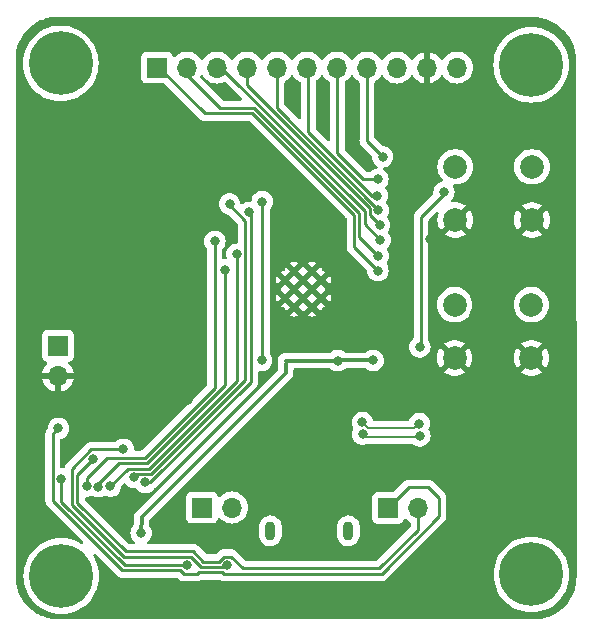
<source format=gbl>
G04 #@! TF.GenerationSoftware,KiCad,Pcbnew,7.0.7*
G04 #@! TF.CreationDate,2024-07-30T23:44:58+02:00*
G04 #@! TF.ProjectId,linefollower_pcb,6c696e65-666f-46c6-9c6f-7765725f7063,rev?*
G04 #@! TF.SameCoordinates,Original*
G04 #@! TF.FileFunction,Copper,L2,Bot*
G04 #@! TF.FilePolarity,Positive*
%FSLAX46Y46*%
G04 Gerber Fmt 4.6, Leading zero omitted, Abs format (unit mm)*
G04 Created by KiCad (PCBNEW 7.0.7) date 2024-07-30 23:44:58*
%MOMM*%
%LPD*%
G01*
G04 APERTURE LIST*
G04 #@! TA.AperFunction,ComponentPad*
%ADD10O,0.900000X1.600000*%
G04 #@! TD*
G04 #@! TA.AperFunction,ComponentPad*
%ADD11R,1.700000X1.700000*%
G04 #@! TD*
G04 #@! TA.AperFunction,ComponentPad*
%ADD12O,1.700000X1.700000*%
G04 #@! TD*
G04 #@! TA.AperFunction,ComponentPad*
%ADD13C,0.800000*%
G04 #@! TD*
G04 #@! TA.AperFunction,ComponentPad*
%ADD14C,5.400000*%
G04 #@! TD*
G04 #@! TA.AperFunction,HeatsinkPad*
%ADD15C,0.600000*%
G04 #@! TD*
G04 #@! TA.AperFunction,ComponentPad*
%ADD16C,2.000000*%
G04 #@! TD*
G04 #@! TA.AperFunction,ViaPad*
%ADD17C,0.800000*%
G04 #@! TD*
G04 #@! TA.AperFunction,Conductor*
%ADD18C,0.200000*%
G04 #@! TD*
G04 #@! TA.AperFunction,Conductor*
%ADD19C,0.250000*%
G04 #@! TD*
G04 #@! TA.AperFunction,Conductor*
%ADD20C,0.300000*%
G04 #@! TD*
G04 APERTURE END LIST*
D10*
X90850000Y-118525000D03*
X84250000Y-118525000D03*
D11*
X94200000Y-116600000D03*
D12*
X96740000Y-116600000D03*
D11*
X78460000Y-116550000D03*
D12*
X81000000Y-116550000D03*
D11*
X74640000Y-79300000D03*
D12*
X77180000Y-79300000D03*
X79720000Y-79300000D03*
X82260000Y-79300000D03*
X84800000Y-79300000D03*
X87340000Y-79300000D03*
X89880000Y-79300000D03*
X92420000Y-79300000D03*
X94960000Y-79300000D03*
X97500000Y-79300000D03*
X100040000Y-79300000D03*
D13*
X64475000Y-78950000D03*
X65068109Y-77518109D03*
X65068109Y-80381891D03*
X66500000Y-76925000D03*
D14*
X66500000Y-78950000D03*
D13*
X66500000Y-80975000D03*
X67931891Y-77518109D03*
X67931891Y-80381891D03*
X68525000Y-78950000D03*
D15*
X88555000Y-98822500D03*
X88555000Y-97297500D03*
X87792500Y-99585000D03*
X87792500Y-98060000D03*
X87792500Y-96535000D03*
X87030000Y-98822500D03*
X87030000Y-97297500D03*
X86267500Y-99585000D03*
X86267500Y-98060000D03*
X86267500Y-96535000D03*
X85505000Y-98822500D03*
X85505000Y-97297500D03*
D16*
X99850000Y-99381128D03*
X106350000Y-99381128D03*
X99850000Y-103881128D03*
X106350000Y-103881128D03*
D13*
X104300000Y-79068109D03*
X104893109Y-77636218D03*
X104893109Y-80500000D03*
X106325000Y-77043109D03*
D14*
X106325000Y-79068109D03*
D13*
X106325000Y-81093109D03*
X107756891Y-77636218D03*
X107756891Y-80500000D03*
X108350000Y-79068109D03*
X104325000Y-122218109D03*
X104918109Y-120786218D03*
X104918109Y-123650000D03*
X106350000Y-120193109D03*
D14*
X106350000Y-122218109D03*
D13*
X106350000Y-124243109D03*
X107781891Y-120786218D03*
X107781891Y-123650000D03*
X108375000Y-122218109D03*
D16*
X99900000Y-87700000D03*
X106400000Y-87700000D03*
X99900000Y-92200000D03*
X106400000Y-92200000D03*
D13*
X64525000Y-122350000D03*
X65118109Y-120918109D03*
X65118109Y-123781891D03*
X66550000Y-120325000D03*
D14*
X66550000Y-122350000D03*
D13*
X66550000Y-124375000D03*
X67981891Y-120918109D03*
X67981891Y-123781891D03*
X68575000Y-122350000D03*
D11*
X66250000Y-102850000D03*
D12*
X66250000Y-105390000D03*
D17*
X96900000Y-110500000D03*
X92062712Y-110350500D03*
X96850000Y-109450000D03*
X92045785Y-109351141D03*
X77100000Y-86350000D03*
X85950000Y-94050000D03*
X94750000Y-83250000D03*
X98800000Y-76500000D03*
X96290000Y-121800000D03*
X90450000Y-114150000D03*
X63900000Y-81650000D03*
X99150000Y-108100000D03*
X76050000Y-118450000D03*
X65900000Y-118450000D03*
X108500000Y-99000000D03*
X97450000Y-105100000D03*
X88250000Y-107550000D03*
X91150000Y-84800000D03*
X80800000Y-81650000D03*
X71850000Y-80900000D03*
X76250000Y-76300000D03*
X103500000Y-93604416D03*
X107300000Y-85350000D03*
X77300000Y-107450000D03*
X97800000Y-93800000D03*
X65300000Y-108950000D03*
X103000000Y-98000000D03*
X67300000Y-111600000D03*
X74600000Y-123500000D03*
X102250000Y-89950000D03*
X108600000Y-92850000D03*
X74300000Y-107350000D03*
X86150000Y-81150000D03*
X107970584Y-114104416D03*
X88700000Y-81150000D03*
X91100000Y-81200000D03*
X102250000Y-101631128D03*
X94200000Y-81400000D03*
X101150000Y-120900000D03*
X108200000Y-108650000D03*
X86550000Y-75800000D03*
X100250000Y-116400000D03*
X96700000Y-84850000D03*
X71934216Y-118819170D03*
X64000000Y-98150000D03*
X69450000Y-125350000D03*
X80050000Y-114300000D03*
X86200000Y-89800000D03*
X86950000Y-123350000D03*
X91850000Y-101450000D03*
X98950000Y-89850000D03*
X96900000Y-102950000D03*
X93350000Y-96500000D03*
X93400000Y-95250000D03*
X93550000Y-93900000D03*
X93500000Y-92650000D03*
X93400000Y-91400000D03*
X93300000Y-90150000D03*
X93350000Y-88750000D03*
X93750000Y-86850000D03*
X89937701Y-104112299D03*
X73300000Y-118700000D03*
X92950000Y-104100000D03*
X83550000Y-90650000D03*
X83503460Y-104100000D03*
X80800000Y-90850000D03*
X72734753Y-113996954D03*
X73674500Y-114424500D03*
X82437299Y-91562701D03*
X68693209Y-114749428D03*
X79550000Y-94000000D03*
X70700000Y-114750000D03*
X81400000Y-95100000D03*
X69691541Y-114797788D03*
X80374500Y-96450000D03*
X66550000Y-114100000D03*
X77210000Y-121425000D03*
X80610000Y-121425500D03*
X71800000Y-111625500D03*
X66300000Y-109850000D03*
X69262299Y-112462299D03*
D18*
X92352662Y-109650500D02*
X92552162Y-109850000D01*
X96450000Y-109850000D02*
X96850000Y-109450000D01*
X92345144Y-109650500D02*
X92352662Y-109650500D01*
X92045785Y-109351141D02*
X92345144Y-109650500D01*
X92552162Y-109850000D02*
X96450000Y-109850000D01*
X96850000Y-110550000D02*
X96900000Y-110500000D01*
X92062712Y-110350500D02*
X92262212Y-110550000D01*
X92262212Y-110550000D02*
X96850000Y-110550000D01*
X96900000Y-110500000D02*
X96950000Y-110550000D01*
D19*
X96740000Y-118439454D02*
X96740000Y-116550000D01*
X93478954Y-121700500D02*
X96740000Y-118439454D01*
X81910305Y-121700500D02*
X93478954Y-121700500D01*
X80910305Y-120700500D02*
X81910305Y-121700500D01*
X80309695Y-120700500D02*
X80910305Y-120700500D01*
X79885195Y-121125000D02*
X80309695Y-120700500D01*
X78571701Y-121125000D02*
X79885195Y-121125000D01*
X67900000Y-116150000D02*
X72000000Y-120250000D01*
X72000000Y-120250000D02*
X77696701Y-120250000D01*
X77696701Y-120250000D02*
X78571701Y-121125000D01*
X67900000Y-113824598D02*
X67900000Y-116150000D01*
X69262299Y-112462299D02*
X67900000Y-113824598D01*
X94200000Y-116600000D02*
X94200000Y-116550000D01*
X95950000Y-114850000D02*
X94200000Y-116600000D01*
X97630305Y-114850000D02*
X95950000Y-114850000D01*
X98505000Y-115724695D02*
X97630305Y-114850000D01*
X98505000Y-117310850D02*
X98505000Y-115724695D01*
X93665350Y-122150500D02*
X98505000Y-117310850D01*
X80309695Y-122150500D02*
X93665350Y-122150500D01*
X80184195Y-122025000D02*
X80309695Y-122150500D01*
X78198909Y-122025000D02*
X80184195Y-122025000D01*
X76909695Y-122150000D02*
X78073909Y-122150000D01*
X76634695Y-121875000D02*
X76909695Y-122150000D01*
X65825000Y-115984188D02*
X71715812Y-121875000D01*
X78073909Y-122150000D02*
X78198909Y-122025000D01*
X71715812Y-121875000D02*
X76634695Y-121875000D01*
X65825000Y-110325000D02*
X65825000Y-115984188D01*
X66300000Y-109850000D02*
X65825000Y-110325000D01*
X71902208Y-121425000D02*
X77210000Y-121425000D01*
X66550000Y-116072792D02*
X71902208Y-121425000D01*
X66550000Y-114100000D02*
X66550000Y-116072792D01*
X71813604Y-120700000D02*
X76909695Y-120700000D01*
X67450000Y-116336396D02*
X71813604Y-120700000D01*
X67450000Y-113250000D02*
X67450000Y-116336396D01*
X69074500Y-111625500D02*
X67450000Y-113250000D01*
X71800000Y-111625500D02*
X69074500Y-111625500D01*
X97000000Y-91950000D02*
X97000000Y-102850000D01*
X97000000Y-102850000D02*
X96900000Y-102950000D01*
X98950000Y-89850000D02*
X98950000Y-90000000D01*
X98950000Y-90000000D02*
X97000000Y-91950000D01*
X91325000Y-94475000D02*
X91325000Y-91793376D01*
X82706624Y-83175000D02*
X78675000Y-83175000D01*
X91325000Y-91793376D02*
X82706624Y-83175000D01*
X93350000Y-96500000D02*
X91325000Y-94475000D01*
X74800000Y-79300000D02*
X74640000Y-79300000D01*
X78675000Y-83175000D02*
X74800000Y-79300000D01*
X93400000Y-95250000D02*
X91775000Y-93625000D01*
X91775000Y-93625000D02*
X91775000Y-91606980D01*
X79999695Y-82725000D02*
X77180000Y-79905305D01*
X77180000Y-79905305D02*
X77180000Y-79300000D01*
X82893020Y-82725000D02*
X79999695Y-82725000D01*
X91775000Y-91606980D02*
X82893020Y-82725000D01*
X92225000Y-92575000D02*
X93550000Y-93900000D01*
X79720000Y-79300000D02*
X80104416Y-79300000D01*
X92225000Y-91420584D02*
X92225000Y-92575000D01*
X80104416Y-79300000D02*
X92225000Y-91420584D01*
X92675000Y-91234188D02*
X82260000Y-80819188D01*
X93500000Y-92650000D02*
X92675000Y-91825000D01*
X82260000Y-80819188D02*
X82260000Y-79300000D01*
X92675000Y-91825000D02*
X92675000Y-91234188D01*
X84800000Y-79300000D02*
X84800000Y-82722792D01*
X93400000Y-91322792D02*
X93400000Y-91400000D01*
X84800000Y-82722792D02*
X93400000Y-91322792D01*
X87450000Y-84736396D02*
X87450000Y-79410000D01*
X87450000Y-79410000D02*
X87340000Y-79300000D01*
X92863604Y-90150000D02*
X87450000Y-84736396D01*
X93300000Y-90150000D02*
X92863604Y-90150000D01*
X89900000Y-86550000D02*
X89900000Y-79320000D01*
X92100000Y-88750000D02*
X89900000Y-86550000D01*
X93350000Y-88750000D02*
X92100000Y-88750000D01*
X89900000Y-79320000D02*
X89880000Y-79300000D01*
X93750000Y-86850000D02*
X92420000Y-85520000D01*
X92420000Y-85520000D02*
X92420000Y-79300000D01*
D20*
X89937701Y-104112299D02*
X89950000Y-104100000D01*
X89950000Y-104100000D02*
X92950000Y-104100000D01*
X85546792Y-104112299D02*
X89937701Y-104112299D01*
X73350000Y-118650000D02*
X73300000Y-118700000D01*
X92950000Y-104100000D02*
X93000000Y-104100000D01*
X73300000Y-118700000D02*
X73350000Y-117350000D01*
X73350000Y-117350000D02*
X85546792Y-105153208D01*
X85546792Y-105153208D02*
X85546792Y-104362299D01*
D19*
X83503460Y-104100000D02*
X83550000Y-104053460D01*
X83550000Y-90650000D02*
X83500000Y-90600000D01*
X83550000Y-104053460D02*
X83550000Y-90650000D01*
X80700000Y-90850000D02*
X80775000Y-90925000D01*
X82125000Y-92275000D02*
X80800000Y-90950000D01*
X82125000Y-105734188D02*
X82125000Y-92275000D01*
X74159188Y-113700000D02*
X82125000Y-105734188D01*
X80800000Y-90950000D02*
X80800000Y-90850000D01*
X73031707Y-113700000D02*
X74159188Y-113700000D01*
X80800000Y-90850000D02*
X80700000Y-90850000D01*
X72734753Y-113996954D02*
X73031707Y-113700000D01*
X82575000Y-91700402D02*
X82437299Y-91562701D01*
X82575000Y-105920584D02*
X82575000Y-91700402D01*
X73674500Y-114424500D02*
X74071084Y-114424500D01*
X74071084Y-114424500D02*
X82575000Y-105920584D01*
X79550000Y-106400000D02*
X79550000Y-94000000D01*
X68693209Y-114056694D02*
X70399903Y-112350000D01*
X70399903Y-112350000D02*
X73600000Y-112350000D01*
X79650000Y-94000000D02*
X79650000Y-94000000D01*
X73600000Y-112350000D02*
X79550000Y-106400000D01*
X79550000Y-93900000D02*
X79550000Y-93900000D01*
X68693209Y-114749428D02*
X68693209Y-114056694D01*
X79550000Y-94000000D02*
X79550000Y-93900000D01*
X81400000Y-105822792D02*
X81400000Y-95100000D01*
X73972792Y-113250000D02*
X81400000Y-105822792D01*
X70700000Y-114750000D02*
X72200000Y-113250000D01*
X72200000Y-113250000D02*
X73972792Y-113250000D01*
X69691541Y-114797788D02*
X69699500Y-114789829D01*
X80400000Y-96475500D02*
X80374500Y-96450000D01*
X80400000Y-106186396D02*
X80400000Y-96475500D01*
X71402096Y-112800000D02*
X73786396Y-112800000D01*
X73786396Y-112800000D02*
X80400000Y-106186396D01*
X69699500Y-114789829D02*
X69699500Y-114502596D01*
X69699500Y-114502596D02*
X71402096Y-112800000D01*
X77210000Y-121425000D02*
X77160000Y-121425000D01*
X80610000Y-121425500D02*
X80510000Y-121325500D01*
X80460500Y-121575000D02*
X80610000Y-121425500D01*
X77510305Y-120700000D02*
X78385305Y-121575000D01*
X78385305Y-121575000D02*
X80460500Y-121575000D01*
X76909695Y-120700000D02*
X77510305Y-120700000D01*
G04 #@! TA.AperFunction,Conductor*
G36*
X91234854Y-79966546D02*
G01*
X91251574Y-79985841D01*
X91381505Y-80171401D01*
X91548599Y-80338495D01*
X91741624Y-80473653D01*
X91785248Y-80528228D01*
X91794500Y-80575226D01*
X91794500Y-85437255D01*
X91792775Y-85452872D01*
X91793061Y-85452899D01*
X91792326Y-85460665D01*
X91794500Y-85529814D01*
X91794500Y-85559343D01*
X91794501Y-85559360D01*
X91795368Y-85566231D01*
X91795826Y-85572050D01*
X91797290Y-85618624D01*
X91797291Y-85618627D01*
X91802880Y-85637867D01*
X91806824Y-85656911D01*
X91809336Y-85676791D01*
X91826490Y-85720119D01*
X91828382Y-85725647D01*
X91841381Y-85770388D01*
X91851580Y-85787634D01*
X91860138Y-85805103D01*
X91867514Y-85823732D01*
X91894898Y-85861423D01*
X91898106Y-85866307D01*
X91921827Y-85906416D01*
X91921833Y-85906424D01*
X91935990Y-85920580D01*
X91948628Y-85935376D01*
X91960405Y-85951586D01*
X91960406Y-85951587D01*
X91996309Y-85981288D01*
X92000620Y-85985210D01*
X92677149Y-86661740D01*
X92811038Y-86795629D01*
X92844523Y-86856952D01*
X92846678Y-86870348D01*
X92854968Y-86949227D01*
X92864326Y-87038256D01*
X92864327Y-87038259D01*
X92922818Y-87218277D01*
X92922821Y-87218284D01*
X93017467Y-87382216D01*
X93144129Y-87522888D01*
X93226880Y-87583010D01*
X93291779Y-87630162D01*
X93334444Y-87685492D01*
X93340423Y-87755106D01*
X93307817Y-87816900D01*
X93246978Y-87851258D01*
X93244674Y-87851770D01*
X93070197Y-87888855D01*
X93070192Y-87888857D01*
X92897270Y-87965848D01*
X92897265Y-87965851D01*
X92744130Y-88077110D01*
X92744126Y-88077114D01*
X92738400Y-88083474D01*
X92678913Y-88120121D01*
X92646252Y-88124500D01*
X92410452Y-88124500D01*
X92343413Y-88104815D01*
X92322771Y-88088181D01*
X90561819Y-86327228D01*
X90528334Y-86265905D01*
X90525500Y-86239547D01*
X90525500Y-80561222D01*
X90545185Y-80494183D01*
X90578374Y-80459649D01*
X90751401Y-80338495D01*
X90918495Y-80171401D01*
X91048426Y-79985840D01*
X91103001Y-79942217D01*
X91172499Y-79935023D01*
X91234854Y-79966546D01*
G37*
G04 #@! TD.AperFunction*
G04 #@! TA.AperFunction,Conductor*
G36*
X88694854Y-79966546D02*
G01*
X88711574Y-79985841D01*
X88841505Y-80171401D01*
X89008599Y-80338495D01*
X89091620Y-80396627D01*
X89201621Y-80473651D01*
X89202170Y-80474035D01*
X89202899Y-80474375D01*
X89203165Y-80474609D01*
X89206856Y-80476740D01*
X89206427Y-80477481D01*
X89255340Y-80520542D01*
X89274500Y-80586759D01*
X89274500Y-85376943D01*
X89254815Y-85443982D01*
X89202011Y-85489737D01*
X89132853Y-85499681D01*
X89069297Y-85470656D01*
X89062819Y-85464624D01*
X88111819Y-84513624D01*
X88078334Y-84452301D01*
X88075500Y-84425943D01*
X88075500Y-80498203D01*
X88095185Y-80431164D01*
X88128375Y-80396629D01*
X88211401Y-80338495D01*
X88378495Y-80171401D01*
X88508426Y-79985840D01*
X88563001Y-79942217D01*
X88632499Y-79935023D01*
X88694854Y-79966546D01*
G37*
G04 #@! TD.AperFunction*
G04 #@! TA.AperFunction,Conductor*
G36*
X86154854Y-79966546D02*
G01*
X86171574Y-79985841D01*
X86301505Y-80171401D01*
X86468599Y-80338495D01*
X86662170Y-80474035D01*
X86752907Y-80516346D01*
X86805343Y-80562515D01*
X86824500Y-80628726D01*
X86824500Y-83563339D01*
X86804815Y-83630378D01*
X86752011Y-83676133D01*
X86682853Y-83686077D01*
X86619297Y-83657052D01*
X86612819Y-83651020D01*
X85461819Y-82500020D01*
X85428334Y-82438697D01*
X85425500Y-82412339D01*
X85425500Y-80575226D01*
X85445185Y-80508187D01*
X85478374Y-80473654D01*
X85671401Y-80338495D01*
X85838495Y-80171401D01*
X85968426Y-79985840D01*
X86023001Y-79942217D01*
X86092499Y-79935023D01*
X86154854Y-79966546D01*
G37*
G04 #@! TD.AperFunction*
G04 #@! TA.AperFunction,Conductor*
G36*
X78534856Y-79966547D02*
G01*
X78551574Y-79985841D01*
X78681505Y-80171401D01*
X78848599Y-80338495D01*
X78931620Y-80396627D01*
X79042165Y-80474032D01*
X79042167Y-80474033D01*
X79042170Y-80474035D01*
X79256337Y-80573903D01*
X79256343Y-80573904D01*
X79256344Y-80573905D01*
X79304317Y-80586759D01*
X79484592Y-80635063D01*
X79661034Y-80650500D01*
X79719999Y-80655659D01*
X79720000Y-80655659D01*
X79720001Y-80655659D01*
X79778966Y-80650500D01*
X79955408Y-80635063D01*
X80183663Y-80573903D01*
X80316433Y-80511990D01*
X80385509Y-80501499D01*
X80449293Y-80530019D01*
X80456518Y-80536692D01*
X81807645Y-81887819D01*
X81841130Y-81949142D01*
X81836146Y-82018834D01*
X81794274Y-82074767D01*
X81728810Y-82099184D01*
X81719964Y-82099500D01*
X80310147Y-82099500D01*
X80243108Y-82079815D01*
X80222466Y-82063181D01*
X78338272Y-80178986D01*
X78304787Y-80117663D01*
X78309771Y-80047971D01*
X78324373Y-80020189D01*
X78348427Y-79985837D01*
X78403003Y-79942216D01*
X78472502Y-79935024D01*
X78534856Y-79966547D01*
G37*
G04 #@! TD.AperFunction*
G04 #@! TA.AperFunction,Conductor*
G36*
X106531593Y-75000737D02*
G01*
X106686958Y-75014388D01*
X106892094Y-75033062D01*
X106897737Y-75033840D01*
X107075076Y-75066719D01*
X107258423Y-75102529D01*
X107263576Y-75103769D01*
X107440314Y-75154402D01*
X107616061Y-75207798D01*
X107620702Y-75209412D01*
X107793167Y-75277238D01*
X107873175Y-75310785D01*
X107961543Y-75347837D01*
X107965669Y-75349747D01*
X108042312Y-75388717D01*
X108131633Y-75434132D01*
X108291492Y-75521275D01*
X108295066Y-75523380D01*
X108452717Y-75623559D01*
X108602728Y-75726442D01*
X108605715Y-75728626D01*
X108753416Y-75843675D01*
X108892177Y-75961320D01*
X108894658Y-75963542D01*
X109029782Y-76091316D01*
X109031887Y-76093405D01*
X109157017Y-76223615D01*
X109159020Y-76225802D01*
X109167739Y-76235790D01*
X109281325Y-76365909D01*
X109283451Y-76368483D01*
X109395482Y-76511816D01*
X109504525Y-76663922D01*
X109506620Y-76667041D01*
X109603461Y-76821037D01*
X109697261Y-76982499D01*
X109699226Y-76986158D01*
X109779963Y-77149401D01*
X109857662Y-77318554D01*
X109859408Y-77322754D01*
X109923267Y-77493843D01*
X109984162Y-77668824D01*
X109985600Y-77673555D01*
X110031976Y-77851341D01*
X110075516Y-78029868D01*
X110076557Y-78035105D01*
X110105046Y-78219723D01*
X110130840Y-78398208D01*
X110131397Y-78403916D01*
X110141757Y-78606720D01*
X110149429Y-78766968D01*
X110149500Y-78769904D01*
X110170083Y-122420975D01*
X110170008Y-122424047D01*
X110162935Y-122568020D01*
X110151799Y-122779839D01*
X110151213Y-122785684D01*
X110126582Y-122951734D01*
X110096618Y-123140917D01*
X110095523Y-123146285D01*
X110053182Y-123315320D01*
X110005164Y-123494520D01*
X110003652Y-123499363D01*
X109944022Y-123666016D01*
X109878389Y-123836996D01*
X109876554Y-123841287D01*
X109800209Y-124002706D01*
X109717581Y-124164873D01*
X109715517Y-124168601D01*
X109623226Y-124322582D01*
X109524389Y-124474778D01*
X109522190Y-124477944D01*
X109414873Y-124622647D01*
X109300789Y-124763530D01*
X109298545Y-124766149D01*
X109178318Y-124898801D01*
X109176219Y-124901005D01*
X109049047Y-125028180D01*
X109046843Y-125030278D01*
X108914194Y-125150506D01*
X108911575Y-125152751D01*
X108770690Y-125266840D01*
X108625992Y-125374156D01*
X108622827Y-125376355D01*
X108470631Y-125475196D01*
X108316647Y-125567491D01*
X108312920Y-125569555D01*
X108150761Y-125652182D01*
X107989346Y-125728528D01*
X107985056Y-125730363D01*
X107814077Y-125796000D01*
X107647409Y-125855637D01*
X107642566Y-125857150D01*
X107463353Y-125905173D01*
X107294356Y-125947508D01*
X107288987Y-125948603D01*
X107099793Y-125978573D01*
X106933769Y-126003202D01*
X106927914Y-126003789D01*
X106705158Y-126015469D01*
X106621543Y-126019578D01*
X106573298Y-126021950D01*
X106570238Y-126022024D01*
X73036770Y-126003314D01*
X66201895Y-125999501D01*
X66198115Y-125999383D01*
X66044983Y-125989946D01*
X65852113Y-125977437D01*
X65846311Y-125976785D01*
X65675157Y-125949355D01*
X65500112Y-125919550D01*
X65494800Y-125918404D01*
X65324288Y-125873721D01*
X65155750Y-125826619D01*
X65150964Y-125825069D01*
X64984344Y-125763557D01*
X64822485Y-125699587D01*
X64818247Y-125697726D01*
X64657712Y-125619975D01*
X64618077Y-125599329D01*
X64503689Y-125539742D01*
X64500009Y-125537663D01*
X64347337Y-125444395D01*
X64202573Y-125348698D01*
X64199450Y-125346493D01*
X64056278Y-125238606D01*
X63922161Y-125128371D01*
X63919579Y-125126127D01*
X63788486Y-125005669D01*
X63786314Y-125003573D01*
X63682879Y-124898801D01*
X63665300Y-124880995D01*
X63663244Y-124878807D01*
X63544477Y-124746169D01*
X63542266Y-124743559D01*
X63445464Y-124622647D01*
X63433780Y-124608053D01*
X63394605Y-124554651D01*
X63327730Y-124463490D01*
X63325584Y-124460367D01*
X63231745Y-124314365D01*
X63140446Y-124160503D01*
X63138414Y-124156797D01*
X63060179Y-124001778D01*
X63023531Y-123923563D01*
X62984483Y-123840224D01*
X62982678Y-123835964D01*
X62920801Y-123673312D01*
X62861432Y-123505906D01*
X62859944Y-123501099D01*
X62859483Y-123499363D01*
X62815022Y-123332000D01*
X62772524Y-123160884D01*
X62771453Y-123155593D01*
X62743889Y-122980098D01*
X62718670Y-122808664D01*
X62718093Y-122802856D01*
X62708167Y-122611933D01*
X62700567Y-122455940D01*
X62700495Y-122452998D01*
X62700486Y-122437339D01*
X62700436Y-122350000D01*
X63344457Y-122350000D01*
X63364612Y-122708902D01*
X63364614Y-122708914D01*
X63424826Y-123063296D01*
X63424828Y-123063305D01*
X63524339Y-123408718D01*
X63524341Y-123408724D01*
X63607274Y-123608940D01*
X63661905Y-123740831D01*
X63835790Y-124055454D01*
X64025329Y-124322582D01*
X64043806Y-124348623D01*
X64283339Y-124616661D01*
X64551377Y-124856194D01*
X64844548Y-125064211D01*
X65159167Y-125238094D01*
X65491276Y-125375659D01*
X65836700Y-125475173D01*
X66191093Y-125535387D01*
X66550000Y-125555543D01*
X66908907Y-125535387D01*
X67263300Y-125475173D01*
X67608724Y-125375659D01*
X67940833Y-125238094D01*
X68255452Y-125064211D01*
X68548623Y-124856194D01*
X68816661Y-124616661D01*
X69056194Y-124348623D01*
X69264211Y-124055452D01*
X69438094Y-123740833D01*
X69575659Y-123408724D01*
X69675173Y-123063300D01*
X69735387Y-122708907D01*
X69755543Y-122350000D01*
X69735387Y-121991093D01*
X69675173Y-121636700D01*
X69575659Y-121291276D01*
X69438094Y-120959167D01*
X69273244Y-120660893D01*
X69258045Y-120592699D01*
X69282128Y-120527111D01*
X69337847Y-120484955D01*
X69407513Y-120479615D01*
X69469006Y-120512787D01*
X69469454Y-120513233D01*
X71215009Y-122258788D01*
X71224834Y-122271051D01*
X71225055Y-122270869D01*
X71230026Y-122276878D01*
X71256029Y-122301295D01*
X71280447Y-122324226D01*
X71301341Y-122345120D01*
X71306823Y-122349373D01*
X71311255Y-122353157D01*
X71345230Y-122385062D01*
X71362788Y-122394714D01*
X71379047Y-122405395D01*
X71394876Y-122417673D01*
X71437650Y-122436182D01*
X71442868Y-122438738D01*
X71483720Y-122461197D01*
X71503128Y-122466180D01*
X71521529Y-122472480D01*
X71539916Y-122480437D01*
X71583300Y-122487308D01*
X71585931Y-122487725D01*
X71591651Y-122488909D01*
X71636793Y-122500500D01*
X71656828Y-122500500D01*
X71676226Y-122502026D01*
X71696006Y-122505159D01*
X71696007Y-122505160D01*
X71696007Y-122505159D01*
X71696008Y-122505160D01*
X71742395Y-122500775D01*
X71748234Y-122500500D01*
X76323134Y-122500500D01*
X76390173Y-122520185D01*
X76417166Y-122547329D01*
X76418935Y-122545866D01*
X76423905Y-122551873D01*
X76423908Y-122551876D01*
X76423909Y-122551877D01*
X76474346Y-122599241D01*
X76495225Y-122620120D01*
X76500699Y-122624366D01*
X76505137Y-122628156D01*
X76539113Y-122660062D01*
X76549616Y-122665836D01*
X76556668Y-122669713D01*
X76572926Y-122680392D01*
X76588759Y-122692674D01*
X76610710Y-122702172D01*
X76631532Y-122711183D01*
X76636776Y-122713752D01*
X76677603Y-122736197D01*
X76697007Y-122741179D01*
X76715405Y-122747478D01*
X76733800Y-122755438D01*
X76779824Y-122762726D01*
X76785527Y-122763907D01*
X76830676Y-122775500D01*
X76850711Y-122775500D01*
X76870108Y-122777026D01*
X76889891Y-122780160D01*
X76936278Y-122775775D01*
X76942117Y-122775500D01*
X77991166Y-122775500D01*
X78006786Y-122777224D01*
X78006813Y-122776939D01*
X78014569Y-122777671D01*
X78014576Y-122777673D01*
X78083723Y-122775500D01*
X78113259Y-122775500D01*
X78120137Y-122774630D01*
X78125950Y-122774172D01*
X78172536Y-122772709D01*
X78191778Y-122767117D01*
X78210821Y-122763174D01*
X78230701Y-122760664D01*
X78274031Y-122743507D01*
X78279555Y-122741617D01*
X78283305Y-122740527D01*
X78324299Y-122728618D01*
X78341538Y-122718422D01*
X78359012Y-122709862D01*
X78377637Y-122702488D01*
X78377638Y-122702487D01*
X78377641Y-122702486D01*
X78415349Y-122675088D01*
X78420212Y-122671894D01*
X78425399Y-122668826D01*
X78427209Y-122667757D01*
X78490311Y-122650500D01*
X79888973Y-122650500D01*
X79948706Y-122665836D01*
X79956663Y-122670210D01*
X79972928Y-122680893D01*
X79988759Y-122693173D01*
X80008432Y-122701686D01*
X80031528Y-122711682D01*
X80036772Y-122714250D01*
X80077603Y-122736697D01*
X80090218Y-122739935D01*
X80097000Y-122741677D01*
X80115414Y-122747981D01*
X80133799Y-122755938D01*
X80179852Y-122763232D01*
X80185521Y-122764406D01*
X80230676Y-122776000D01*
X80250711Y-122776000D01*
X80270108Y-122777526D01*
X80289891Y-122780660D01*
X80336278Y-122776275D01*
X80342117Y-122776000D01*
X93582607Y-122776000D01*
X93598227Y-122777724D01*
X93598254Y-122777439D01*
X93606010Y-122778171D01*
X93606017Y-122778173D01*
X93675164Y-122776000D01*
X93704700Y-122776000D01*
X93711578Y-122775130D01*
X93717391Y-122774672D01*
X93763977Y-122773209D01*
X93783219Y-122767617D01*
X93802262Y-122763674D01*
X93822142Y-122761164D01*
X93865472Y-122744007D01*
X93870996Y-122742117D01*
X93874746Y-122741027D01*
X93915740Y-122729118D01*
X93932979Y-122718922D01*
X93950453Y-122710362D01*
X93969077Y-122702988D01*
X93969077Y-122702987D01*
X93969082Y-122702986D01*
X94006799Y-122675582D01*
X94011655Y-122672392D01*
X94051770Y-122648670D01*
X94065939Y-122634499D01*
X94080729Y-122621868D01*
X94096937Y-122610094D01*
X94126649Y-122574176D01*
X94130562Y-122569876D01*
X94482329Y-122218109D01*
X103144457Y-122218109D01*
X103164612Y-122577011D01*
X103164614Y-122577023D01*
X103224826Y-122931405D01*
X103224828Y-122931414D01*
X103324339Y-123276827D01*
X103324341Y-123276833D01*
X103403280Y-123467408D01*
X103461905Y-123608940D01*
X103635790Y-123923563D01*
X103803909Y-124160503D01*
X103843806Y-124216732D01*
X104083339Y-124484770D01*
X104330934Y-124706034D01*
X104351377Y-124724303D01*
X104597307Y-124898801D01*
X104644548Y-124932320D01*
X104959167Y-125106203D01*
X105291276Y-125243768D01*
X105636700Y-125343282D01*
X105991093Y-125403496D01*
X106350000Y-125423652D01*
X106708907Y-125403496D01*
X107063300Y-125343282D01*
X107408724Y-125243768D01*
X107740833Y-125106203D01*
X108055452Y-124932320D01*
X108348623Y-124724303D01*
X108616661Y-124484770D01*
X108856194Y-124216732D01*
X109064211Y-123923561D01*
X109238094Y-123608942D01*
X109375659Y-123276833D01*
X109475173Y-122931409D01*
X109535387Y-122577016D01*
X109555543Y-122218109D01*
X109535387Y-121859202D01*
X109475173Y-121504809D01*
X109375659Y-121159385D01*
X109238094Y-120827276D01*
X109064211Y-120512657D01*
X108916479Y-120304450D01*
X108856194Y-120219486D01*
X108818335Y-120177122D01*
X108616661Y-119951448D01*
X108348623Y-119711915D01*
X108316071Y-119688818D01*
X108055454Y-119503899D01*
X107756471Y-119338658D01*
X107740833Y-119330015D01*
X107408724Y-119192450D01*
X107408720Y-119192448D01*
X107408718Y-119192448D01*
X107063305Y-119092937D01*
X107063296Y-119092935D01*
X106708914Y-119032723D01*
X106708902Y-119032721D01*
X106350000Y-119012566D01*
X105991097Y-119032721D01*
X105991085Y-119032723D01*
X105636703Y-119092935D01*
X105636694Y-119092937D01*
X105291281Y-119192448D01*
X104959168Y-119330014D01*
X104644545Y-119503899D01*
X104351377Y-119711914D01*
X104083339Y-119951448D01*
X103843805Y-120219486D01*
X103635790Y-120512654D01*
X103461905Y-120827277D01*
X103324339Y-121159390D01*
X103224828Y-121504803D01*
X103224826Y-121504812D01*
X103164614Y-121859194D01*
X103164612Y-121859206D01*
X103144457Y-122218109D01*
X94482329Y-122218109D01*
X98888786Y-117811652D01*
X98901048Y-117801830D01*
X98900865Y-117801609D01*
X98906867Y-117796642D01*
X98906877Y-117796636D01*
X98954241Y-117746198D01*
X98975120Y-117725320D01*
X98979373Y-117719836D01*
X98983150Y-117715413D01*
X99015062Y-117681432D01*
X99024714Y-117663873D01*
X99035389Y-117647622D01*
X99047674Y-117631786D01*
X99066186Y-117589002D01*
X99068742Y-117583785D01*
X99091197Y-117542942D01*
X99096180Y-117523530D01*
X99102477Y-117505141D01*
X99110438Y-117486745D01*
X99117729Y-117440703D01*
X99118908Y-117435012D01*
X99130500Y-117389869D01*
X99130500Y-117369833D01*
X99132027Y-117350432D01*
X99135160Y-117330654D01*
X99130775Y-117284265D01*
X99130500Y-117278427D01*
X99130500Y-115807437D01*
X99132224Y-115791817D01*
X99131939Y-115791790D01*
X99132673Y-115784028D01*
X99130500Y-115714867D01*
X99130500Y-115685351D01*
X99130500Y-115685345D01*
X99129631Y-115678474D01*
X99129173Y-115672647D01*
X99128993Y-115666914D01*
X99127710Y-115626068D01*
X99122119Y-115606825D01*
X99118173Y-115587773D01*
X99115664Y-115567903D01*
X99098504Y-115524562D01*
X99096624Y-115519074D01*
X99083618Y-115474305D01*
X99073422Y-115457065D01*
X99064861Y-115439589D01*
X99057487Y-115420965D01*
X99057486Y-115420963D01*
X99030079Y-115383240D01*
X99026888Y-115378381D01*
X99025460Y-115375967D01*
X99005642Y-115342455D01*
X99003172Y-115338278D01*
X99003165Y-115338269D01*
X98989006Y-115324110D01*
X98976368Y-115309314D01*
X98974110Y-115306206D01*
X98964594Y-115293108D01*
X98951425Y-115282214D01*
X98928688Y-115263404D01*
X98924376Y-115259481D01*
X98131108Y-114466212D01*
X98121285Y-114453950D01*
X98121064Y-114454134D01*
X98116091Y-114448123D01*
X98097464Y-114430631D01*
X98065669Y-114400773D01*
X98055224Y-114390328D01*
X98044780Y-114379883D01*
X98039291Y-114375625D01*
X98034866Y-114371847D01*
X98000887Y-114339938D01*
X98000885Y-114339936D01*
X98000882Y-114339935D01*
X97983334Y-114330288D01*
X97967068Y-114319604D01*
X97951238Y-114307325D01*
X97908473Y-114288818D01*
X97903227Y-114286248D01*
X97862398Y-114263803D01*
X97862397Y-114263802D01*
X97842998Y-114258822D01*
X97824586Y-114252518D01*
X97806203Y-114244562D01*
X97806197Y-114244560D01*
X97760179Y-114237272D01*
X97754457Y-114236087D01*
X97709326Y-114224500D01*
X97709324Y-114224500D01*
X97689289Y-114224500D01*
X97669891Y-114222973D01*
X97662467Y-114221797D01*
X97650110Y-114219840D01*
X97650109Y-114219840D01*
X97603721Y-114224225D01*
X97597883Y-114224500D01*
X96032743Y-114224500D01*
X96017122Y-114222775D01*
X96017095Y-114223061D01*
X96009333Y-114222326D01*
X95940172Y-114224500D01*
X95910649Y-114224500D01*
X95903778Y-114225367D01*
X95897959Y-114225825D01*
X95851374Y-114227289D01*
X95851368Y-114227290D01*
X95832126Y-114232880D01*
X95813087Y-114236823D01*
X95793217Y-114239334D01*
X95793203Y-114239337D01*
X95749883Y-114256488D01*
X95744358Y-114258380D01*
X95699613Y-114271380D01*
X95699610Y-114271381D01*
X95682366Y-114281579D01*
X95664905Y-114290133D01*
X95646274Y-114297510D01*
X95646262Y-114297517D01*
X95608570Y-114324902D01*
X95603687Y-114328109D01*
X95563580Y-114351829D01*
X95549414Y-114365995D01*
X95534624Y-114378627D01*
X95518414Y-114390404D01*
X95518411Y-114390407D01*
X95488710Y-114426309D01*
X95484777Y-114430631D01*
X94702227Y-115213181D01*
X94640904Y-115246666D01*
X94614546Y-115249500D01*
X93302129Y-115249500D01*
X93302123Y-115249501D01*
X93242516Y-115255908D01*
X93107671Y-115306202D01*
X93107664Y-115306206D01*
X92992455Y-115392452D01*
X92992452Y-115392455D01*
X92906206Y-115507664D01*
X92906202Y-115507671D01*
X92855908Y-115642517D01*
X92849501Y-115702116D01*
X92849500Y-115702135D01*
X92849500Y-117497870D01*
X92849501Y-117497876D01*
X92855908Y-117557483D01*
X92906202Y-117692328D01*
X92906206Y-117692335D01*
X92992452Y-117807544D01*
X92992455Y-117807547D01*
X93107664Y-117893793D01*
X93107671Y-117893797D01*
X93242517Y-117944091D01*
X93242516Y-117944091D01*
X93249444Y-117944835D01*
X93302127Y-117950500D01*
X95097872Y-117950499D01*
X95157483Y-117944091D01*
X95292331Y-117893796D01*
X95407546Y-117807546D01*
X95493796Y-117692331D01*
X95542810Y-117560916D01*
X95584681Y-117504984D01*
X95650145Y-117480566D01*
X95718418Y-117495417D01*
X95746673Y-117516569D01*
X95868597Y-117638493D01*
X95868603Y-117638498D01*
X95901036Y-117661208D01*
X96061624Y-117773653D01*
X96105248Y-117828228D01*
X96114500Y-117875226D01*
X96114500Y-118129001D01*
X96094815Y-118196040D01*
X96078181Y-118216682D01*
X93256182Y-121038681D01*
X93194859Y-121072166D01*
X93168501Y-121075000D01*
X82220757Y-121075000D01*
X82153718Y-121055315D01*
X82133076Y-121038681D01*
X81411108Y-120316712D01*
X81401285Y-120304450D01*
X81401064Y-120304634D01*
X81396091Y-120298623D01*
X81377464Y-120281131D01*
X81345669Y-120251273D01*
X81335224Y-120240828D01*
X81324780Y-120230383D01*
X81319291Y-120226125D01*
X81314866Y-120222347D01*
X81280887Y-120190438D01*
X81280885Y-120190436D01*
X81280882Y-120190435D01*
X81263334Y-120180788D01*
X81247068Y-120170104D01*
X81231238Y-120157825D01*
X81188473Y-120139318D01*
X81183227Y-120136748D01*
X81142398Y-120114303D01*
X81142397Y-120114302D01*
X81122998Y-120109322D01*
X81104586Y-120103018D01*
X81086203Y-120095062D01*
X81086197Y-120095060D01*
X81040179Y-120087772D01*
X81034457Y-120086587D01*
X80989326Y-120075000D01*
X80989324Y-120075000D01*
X80969289Y-120075000D01*
X80949891Y-120073473D01*
X80942467Y-120072297D01*
X80930110Y-120070340D01*
X80930109Y-120070340D01*
X80883721Y-120074725D01*
X80877883Y-120075000D01*
X80392438Y-120075000D01*
X80376817Y-120073275D01*
X80376790Y-120073561D01*
X80369028Y-120072826D01*
X80299867Y-120075000D01*
X80270344Y-120075000D01*
X80263473Y-120075867D01*
X80257654Y-120076325D01*
X80211069Y-120077789D01*
X80211063Y-120077790D01*
X80191821Y-120083380D01*
X80172782Y-120087323D01*
X80152912Y-120089834D01*
X80152898Y-120089837D01*
X80109578Y-120106988D01*
X80104053Y-120108880D01*
X80059308Y-120121880D01*
X80059305Y-120121881D01*
X80042061Y-120132079D01*
X80024600Y-120140633D01*
X80005969Y-120148010D01*
X80005957Y-120148017D01*
X79968265Y-120175402D01*
X79963382Y-120178609D01*
X79923275Y-120202329D01*
X79909109Y-120216495D01*
X79894319Y-120229127D01*
X79878109Y-120240904D01*
X79878106Y-120240907D01*
X79848405Y-120276809D01*
X79844472Y-120281131D01*
X79662423Y-120463181D01*
X79601100Y-120496666D01*
X79574742Y-120499500D01*
X78882153Y-120499500D01*
X78815114Y-120479815D01*
X78794472Y-120463181D01*
X78508413Y-120177122D01*
X78197504Y-119866212D01*
X78187681Y-119853950D01*
X78187460Y-119854134D01*
X78182487Y-119848123D01*
X78177889Y-119843805D01*
X78132065Y-119800773D01*
X78121620Y-119790328D01*
X78111176Y-119779883D01*
X78105687Y-119775625D01*
X78101262Y-119771847D01*
X78067283Y-119739938D01*
X78067281Y-119739936D01*
X78067278Y-119739935D01*
X78049730Y-119730288D01*
X78033464Y-119719604D01*
X78017637Y-119707327D01*
X78017636Y-119707326D01*
X78017634Y-119707325D01*
X77974869Y-119688818D01*
X77969623Y-119686248D01*
X77928794Y-119663803D01*
X77928793Y-119663802D01*
X77909394Y-119658822D01*
X77890982Y-119652518D01*
X77872599Y-119644562D01*
X77872593Y-119644560D01*
X77826575Y-119637272D01*
X77820853Y-119636087D01*
X77775722Y-119624500D01*
X77775720Y-119624500D01*
X77755685Y-119624500D01*
X77736287Y-119622973D01*
X77725578Y-119621277D01*
X77716506Y-119619840D01*
X77716505Y-119619840D01*
X77670117Y-119624225D01*
X77664279Y-119624500D01*
X73941189Y-119624500D01*
X73874150Y-119604815D01*
X73828395Y-119552011D01*
X73818451Y-119482853D01*
X73847476Y-119419297D01*
X73868304Y-119400182D01*
X73872323Y-119397261D01*
X73905871Y-119372888D01*
X74032533Y-119232216D01*
X74127179Y-119068284D01*
X74174318Y-118923207D01*
X83299500Y-118923207D01*
X83314154Y-119067322D01*
X83372022Y-119251759D01*
X83372029Y-119251774D01*
X83465839Y-119420788D01*
X83465842Y-119420793D01*
X83591758Y-119567466D01*
X83591759Y-119567468D01*
X83716213Y-119663802D01*
X83744627Y-119685796D01*
X83918184Y-119770930D01*
X83918188Y-119770931D01*
X83918186Y-119770931D01*
X84105317Y-119819383D01*
X84105320Y-119819383D01*
X84105326Y-119819385D01*
X84298390Y-119829176D01*
X84489474Y-119799903D01*
X84670753Y-119732764D01*
X84834807Y-119630509D01*
X84974919Y-119497323D01*
X85085353Y-119338658D01*
X85161587Y-119161012D01*
X85200500Y-118971656D01*
X85200500Y-118923207D01*
X89899500Y-118923207D01*
X89914154Y-119067322D01*
X89972022Y-119251759D01*
X89972029Y-119251774D01*
X90065839Y-119420788D01*
X90065842Y-119420793D01*
X90191758Y-119567466D01*
X90191759Y-119567468D01*
X90316213Y-119663802D01*
X90344627Y-119685796D01*
X90518184Y-119770930D01*
X90518188Y-119770931D01*
X90518186Y-119770931D01*
X90705317Y-119819383D01*
X90705320Y-119819383D01*
X90705326Y-119819385D01*
X90898390Y-119829176D01*
X91089474Y-119799903D01*
X91270753Y-119732764D01*
X91434807Y-119630509D01*
X91574919Y-119497323D01*
X91685353Y-119338658D01*
X91761587Y-119161012D01*
X91800500Y-118971656D01*
X91800500Y-118126794D01*
X91795349Y-118076133D01*
X91785845Y-117982677D01*
X91727977Y-117798240D01*
X91727975Y-117798236D01*
X91727974Y-117798232D01*
X91634159Y-117629209D01*
X91634158Y-117629208D01*
X91634157Y-117629206D01*
X91508241Y-117482533D01*
X91508240Y-117482531D01*
X91355375Y-117364205D01*
X91355371Y-117364203D01*
X91286977Y-117330654D01*
X91181816Y-117279070D01*
X91181814Y-117279069D01*
X91181811Y-117279068D01*
X91181813Y-117279068D01*
X90994682Y-117230616D01*
X90994676Y-117230615D01*
X90865964Y-117224087D01*
X90801610Y-117220824D01*
X90801609Y-117220824D01*
X90801607Y-117220824D01*
X90610533Y-117250095D01*
X90610521Y-117250098D01*
X90429251Y-117317234D01*
X90429242Y-117317238D01*
X90265196Y-117419488D01*
X90125080Y-117552677D01*
X90014646Y-117711342D01*
X89938413Y-117888987D01*
X89899500Y-118078343D01*
X89899500Y-118923207D01*
X85200500Y-118923207D01*
X85200500Y-118126794D01*
X85195349Y-118076133D01*
X85185845Y-117982677D01*
X85127977Y-117798240D01*
X85127975Y-117798236D01*
X85127974Y-117798232D01*
X85034159Y-117629209D01*
X85034158Y-117629208D01*
X85034157Y-117629206D01*
X84908241Y-117482533D01*
X84908240Y-117482531D01*
X84755375Y-117364205D01*
X84755371Y-117364203D01*
X84686977Y-117330654D01*
X84581816Y-117279070D01*
X84581814Y-117279069D01*
X84581811Y-117279068D01*
X84581813Y-117279068D01*
X84394682Y-117230616D01*
X84394676Y-117230615D01*
X84265964Y-117224087D01*
X84201610Y-117220824D01*
X84201609Y-117220824D01*
X84201607Y-117220824D01*
X84010533Y-117250095D01*
X84010521Y-117250098D01*
X83829251Y-117317234D01*
X83829242Y-117317238D01*
X83665196Y-117419488D01*
X83525080Y-117552677D01*
X83414646Y-117711342D01*
X83338413Y-117888987D01*
X83299500Y-118078343D01*
X83299500Y-118923207D01*
X74174318Y-118923207D01*
X74185674Y-118888256D01*
X74205460Y-118700000D01*
X74185674Y-118511744D01*
X74127179Y-118331716D01*
X74032533Y-118167784D01*
X74006726Y-118139122D01*
X73976497Y-118076133D01*
X73974961Y-118051570D01*
X73988796Y-117678003D01*
X74010948Y-117611741D01*
X74025024Y-117594920D01*
X74172074Y-117447870D01*
X77109500Y-117447870D01*
X77109501Y-117447876D01*
X77115908Y-117507483D01*
X77166202Y-117642328D01*
X77166206Y-117642335D01*
X77252452Y-117757544D01*
X77252455Y-117757547D01*
X77367664Y-117843793D01*
X77367671Y-117843797D01*
X77502517Y-117894091D01*
X77502516Y-117894091D01*
X77509444Y-117894835D01*
X77562127Y-117900500D01*
X79357872Y-117900499D01*
X79417483Y-117894091D01*
X79552331Y-117843796D01*
X79667546Y-117757546D01*
X79753796Y-117642331D01*
X79802810Y-117510916D01*
X79844681Y-117454984D01*
X79910145Y-117430566D01*
X79978418Y-117445417D01*
X80006672Y-117466569D01*
X80128599Y-117588495D01*
X80213025Y-117647611D01*
X80322165Y-117724032D01*
X80322167Y-117724033D01*
X80322170Y-117724035D01*
X80536337Y-117823903D01*
X80764592Y-117885063D01*
X80941034Y-117900500D01*
X80999999Y-117905659D01*
X81000000Y-117905659D01*
X81000001Y-117905659D01*
X81058966Y-117900500D01*
X81235408Y-117885063D01*
X81463663Y-117823903D01*
X81677830Y-117724035D01*
X81871401Y-117588495D01*
X82038495Y-117421401D01*
X82174035Y-117227830D01*
X82273903Y-117013663D01*
X82335063Y-116785408D01*
X82355659Y-116550000D01*
X82335063Y-116314592D01*
X82273903Y-116086337D01*
X82174035Y-115872171D01*
X82063890Y-115714866D01*
X82038494Y-115678597D01*
X81871402Y-115511506D01*
X81871395Y-115511501D01*
X81865922Y-115507669D01*
X81794518Y-115457671D01*
X81677834Y-115375967D01*
X81677830Y-115375965D01*
X81677828Y-115375964D01*
X81463663Y-115276097D01*
X81463659Y-115276096D01*
X81463655Y-115276094D01*
X81235413Y-115214938D01*
X81235403Y-115214936D01*
X81000001Y-115194341D01*
X80999999Y-115194341D01*
X80764596Y-115214936D01*
X80764586Y-115214938D01*
X80536344Y-115276094D01*
X80536335Y-115276098D01*
X80322171Y-115375964D01*
X80322169Y-115375965D01*
X80128600Y-115511503D01*
X80006673Y-115633430D01*
X79945350Y-115666914D01*
X79875658Y-115661930D01*
X79819725Y-115620058D01*
X79802810Y-115589081D01*
X79753797Y-115457671D01*
X79753793Y-115457664D01*
X79667547Y-115342455D01*
X79667544Y-115342452D01*
X79552335Y-115256206D01*
X79552328Y-115256202D01*
X79417482Y-115205908D01*
X79417483Y-115205908D01*
X79357883Y-115199501D01*
X79357881Y-115199500D01*
X79357873Y-115199500D01*
X79357864Y-115199500D01*
X77562129Y-115199500D01*
X77562123Y-115199501D01*
X77502516Y-115205908D01*
X77367671Y-115256202D01*
X77367664Y-115256206D01*
X77252455Y-115342452D01*
X77252452Y-115342455D01*
X77166206Y-115457664D01*
X77166202Y-115457671D01*
X77115908Y-115592517D01*
X77109501Y-115652116D01*
X77109500Y-115652135D01*
X77109500Y-117447870D01*
X74172074Y-117447870D01*
X82268803Y-109351141D01*
X91140325Y-109351141D01*
X91160111Y-109539397D01*
X91160112Y-109539400D01*
X91218603Y-109719418D01*
X91218606Y-109719425D01*
X91267134Y-109803478D01*
X91283607Y-109871379D01*
X91267135Y-109927476D01*
X91235533Y-109982213D01*
X91177039Y-110162240D01*
X91177038Y-110162244D01*
X91157252Y-110350500D01*
X91177038Y-110538756D01*
X91177039Y-110538759D01*
X91235530Y-110718777D01*
X91235533Y-110718784D01*
X91330179Y-110882716D01*
X91438295Y-111002791D01*
X91456841Y-111023388D01*
X91609977Y-111134648D01*
X91609982Y-111134651D01*
X91782904Y-111211642D01*
X91782909Y-111211644D01*
X91968066Y-111251000D01*
X91968067Y-111251000D01*
X92157356Y-111251000D01*
X92157358Y-111251000D01*
X92342515Y-111211644D01*
X92426655Y-111174182D01*
X92455766Y-111161221D01*
X92506202Y-111150500D01*
X96223025Y-111150500D01*
X96290064Y-111170185D01*
X96295910Y-111174182D01*
X96447265Y-111284148D01*
X96447270Y-111284151D01*
X96620192Y-111361142D01*
X96620197Y-111361144D01*
X96805354Y-111400500D01*
X96805355Y-111400500D01*
X96994644Y-111400500D01*
X96994646Y-111400500D01*
X97179803Y-111361144D01*
X97352730Y-111284151D01*
X97505871Y-111172888D01*
X97632533Y-111032216D01*
X97727179Y-110868284D01*
X97785674Y-110688256D01*
X97805460Y-110500000D01*
X97785674Y-110311744D01*
X97727179Y-110131716D01*
X97653479Y-110004064D01*
X97647494Y-109993697D01*
X97631021Y-109925796D01*
X97647493Y-109869700D01*
X97677179Y-109818284D01*
X97735674Y-109638256D01*
X97755460Y-109450000D01*
X97735674Y-109261744D01*
X97677179Y-109081716D01*
X97582533Y-108917784D01*
X97455871Y-108777112D01*
X97455870Y-108777111D01*
X97302734Y-108665851D01*
X97302729Y-108665848D01*
X97129807Y-108588857D01*
X97129802Y-108588855D01*
X96984000Y-108557865D01*
X96944646Y-108549500D01*
X96755354Y-108549500D01*
X96722897Y-108556398D01*
X96570197Y-108588855D01*
X96570192Y-108588857D01*
X96397270Y-108665848D01*
X96397265Y-108665851D01*
X96244129Y-108777111D01*
X96117466Y-108917785D01*
X96022821Y-109081715D01*
X96022818Y-109081722D01*
X95996144Y-109163818D01*
X95956706Y-109221494D01*
X95892348Y-109248692D01*
X95878213Y-109249500D01*
X93049693Y-109249500D01*
X92982654Y-109229815D01*
X92936899Y-109177011D01*
X92931762Y-109163818D01*
X92872966Y-108982862D01*
X92872963Y-108982856D01*
X92853705Y-108949500D01*
X92778318Y-108818925D01*
X92651656Y-108678253D01*
X92651655Y-108678252D01*
X92498519Y-108566992D01*
X92498514Y-108566989D01*
X92325592Y-108489998D01*
X92325587Y-108489996D01*
X92179786Y-108459006D01*
X92140431Y-108450641D01*
X91951139Y-108450641D01*
X91918682Y-108457539D01*
X91765982Y-108489996D01*
X91765977Y-108489998D01*
X91593055Y-108566989D01*
X91593050Y-108566992D01*
X91439914Y-108678252D01*
X91313251Y-108818926D01*
X91218606Y-108982856D01*
X91218603Y-108982863D01*
X91160112Y-109162881D01*
X91160111Y-109162885D01*
X91140325Y-109351141D01*
X82268803Y-109351141D01*
X85946305Y-105673639D01*
X85958871Y-105663573D01*
X85958717Y-105663386D01*
X85964729Y-105658412D01*
X85964729Y-105658411D01*
X85964732Y-105658410D01*
X86013982Y-105605963D01*
X86035704Y-105584242D01*
X86040194Y-105578452D01*
X86043976Y-105574022D01*
X86077240Y-105538601D01*
X86087466Y-105519997D01*
X86098139Y-105503749D01*
X86111155Y-105486971D01*
X86130443Y-105442395D01*
X86133016Y-105437144D01*
X86133353Y-105436529D01*
X86156419Y-105394576D01*
X86161696Y-105374016D01*
X86167998Y-105355611D01*
X86176428Y-105336134D01*
X86184027Y-105288153D01*
X86185209Y-105282442D01*
X86197292Y-105235385D01*
X86197292Y-105214162D01*
X86198819Y-105194763D01*
X86202139Y-105173803D01*
X86197567Y-105125435D01*
X86197292Y-105119597D01*
X86197292Y-104886799D01*
X86216977Y-104819760D01*
X86269781Y-104774005D01*
X86321292Y-104762799D01*
X89260726Y-104762799D01*
X89327765Y-104782484D01*
X89333611Y-104786481D01*
X89484966Y-104896447D01*
X89484971Y-104896450D01*
X89657893Y-104973441D01*
X89657898Y-104973443D01*
X89843055Y-105012799D01*
X89843056Y-105012799D01*
X90032345Y-105012799D01*
X90032347Y-105012799D01*
X90217504Y-104973443D01*
X90390431Y-104896450D01*
X90543572Y-104785187D01*
X90543580Y-104785177D01*
X90546724Y-104782349D01*
X90609716Y-104752120D01*
X90629695Y-104750500D01*
X92273025Y-104750500D01*
X92340064Y-104770185D01*
X92345910Y-104774182D01*
X92497265Y-104884148D01*
X92497270Y-104884151D01*
X92670192Y-104961142D01*
X92670197Y-104961144D01*
X92855354Y-105000500D01*
X92855355Y-105000500D01*
X93044644Y-105000500D01*
X93044646Y-105000500D01*
X93229803Y-104961144D01*
X93402730Y-104884151D01*
X93555871Y-104772888D01*
X93682533Y-104632216D01*
X93777179Y-104468284D01*
X93835674Y-104288256D01*
X93855460Y-104100000D01*
X93835674Y-103911744D01*
X93825728Y-103881133D01*
X98344858Y-103881133D01*
X98365385Y-104128857D01*
X98365387Y-104128866D01*
X98426412Y-104369845D01*
X98526266Y-104597492D01*
X98626564Y-104751010D01*
X99201482Y-104176092D01*
X99262805Y-104142607D01*
X99332496Y-104147591D01*
X99388430Y-104189462D01*
X99391514Y-104194377D01*
X99391549Y-104194353D01*
X99396441Y-104201284D01*
X99477668Y-104288256D01*
X99499638Y-104311780D01*
X99534698Y-104333101D01*
X99581749Y-104384751D01*
X99593407Y-104453641D01*
X99565970Y-104517898D01*
X99557950Y-104526729D01*
X98979942Y-105104737D01*
X99026768Y-105141183D01*
X99026770Y-105141184D01*
X99245385Y-105259492D01*
X99245396Y-105259497D01*
X99480506Y-105340211D01*
X99725707Y-105381128D01*
X99974293Y-105381128D01*
X100219493Y-105340211D01*
X100454603Y-105259497D01*
X100454614Y-105259492D01*
X100673228Y-105141185D01*
X100673231Y-105141183D01*
X100720056Y-105104737D01*
X100143165Y-104527846D01*
X100109680Y-104466523D01*
X100114664Y-104396831D01*
X100152588Y-104343981D01*
X100255739Y-104260062D01*
X100306052Y-104188783D01*
X100360793Y-104145367D01*
X100430318Y-104138438D01*
X100492553Y-104170196D01*
X100495037Y-104172612D01*
X101073434Y-104751010D01*
X101173731Y-104597497D01*
X101273587Y-104369845D01*
X101334612Y-104128866D01*
X101334614Y-104128857D01*
X101355141Y-103881133D01*
X104844858Y-103881133D01*
X104865385Y-104128857D01*
X104865387Y-104128866D01*
X104926412Y-104369845D01*
X105026266Y-104597492D01*
X105126564Y-104751010D01*
X105701482Y-104176092D01*
X105762805Y-104142607D01*
X105832496Y-104147591D01*
X105888430Y-104189462D01*
X105891514Y-104194377D01*
X105891549Y-104194353D01*
X105896441Y-104201284D01*
X105977668Y-104288256D01*
X105999638Y-104311780D01*
X106034698Y-104333101D01*
X106081749Y-104384751D01*
X106093407Y-104453641D01*
X106065970Y-104517898D01*
X106057950Y-104526729D01*
X105479942Y-105104737D01*
X105526768Y-105141183D01*
X105526770Y-105141184D01*
X105745385Y-105259492D01*
X105745396Y-105259497D01*
X105980506Y-105340211D01*
X106225707Y-105381128D01*
X106474293Y-105381128D01*
X106719493Y-105340211D01*
X106954603Y-105259497D01*
X106954614Y-105259492D01*
X107173228Y-105141185D01*
X107173231Y-105141183D01*
X107220056Y-105104737D01*
X106643165Y-104527846D01*
X106609680Y-104466523D01*
X106614664Y-104396831D01*
X106652588Y-104343981D01*
X106755739Y-104260062D01*
X106806052Y-104188783D01*
X106860793Y-104145367D01*
X106930318Y-104138438D01*
X106992553Y-104170196D01*
X106995037Y-104172612D01*
X107573434Y-104751010D01*
X107673731Y-104597497D01*
X107773587Y-104369845D01*
X107834612Y-104128866D01*
X107834614Y-104128857D01*
X107855141Y-103881133D01*
X107855141Y-103881122D01*
X107834614Y-103633398D01*
X107834612Y-103633389D01*
X107773587Y-103392410D01*
X107673731Y-103164758D01*
X107573434Y-103011244D01*
X106998517Y-103586162D01*
X106937194Y-103619647D01*
X106867502Y-103614663D01*
X106811569Y-103572791D01*
X106808486Y-103567878D01*
X106808451Y-103567903D01*
X106803558Y-103560971D01*
X106748661Y-103502192D01*
X106700362Y-103450476D01*
X106665300Y-103429154D01*
X106618248Y-103377502D01*
X106606591Y-103308612D01*
X106634029Y-103244355D01*
X106642048Y-103235525D01*
X107220056Y-102657517D01*
X107173229Y-102621071D01*
X106954614Y-102502763D01*
X106954603Y-102502758D01*
X106719493Y-102422044D01*
X106474293Y-102381128D01*
X106225707Y-102381128D01*
X105980506Y-102422044D01*
X105745396Y-102502758D01*
X105745390Y-102502760D01*
X105526761Y-102621077D01*
X105479942Y-102657516D01*
X105479942Y-102657518D01*
X106056833Y-103234408D01*
X106090318Y-103295731D01*
X106085334Y-103365422D01*
X106047408Y-103418276D01*
X105944262Y-103502192D01*
X105944258Y-103502197D01*
X105893947Y-103573471D01*
X105839204Y-103616888D01*
X105769679Y-103623817D01*
X105707444Y-103592058D01*
X105704962Y-103589643D01*
X105126564Y-103011244D01*
X105026267Y-103164760D01*
X104926412Y-103392410D01*
X104865387Y-103633389D01*
X104865385Y-103633398D01*
X104844858Y-103881122D01*
X104844858Y-103881133D01*
X101355141Y-103881133D01*
X101355141Y-103881122D01*
X101334614Y-103633398D01*
X101334612Y-103633389D01*
X101273587Y-103392410D01*
X101173731Y-103164758D01*
X101073434Y-103011244D01*
X100498517Y-103586162D01*
X100437194Y-103619647D01*
X100367502Y-103614663D01*
X100311569Y-103572791D01*
X100308486Y-103567878D01*
X100308451Y-103567903D01*
X100303558Y-103560971D01*
X100248661Y-103502192D01*
X100200362Y-103450476D01*
X100165300Y-103429154D01*
X100118248Y-103377502D01*
X100106591Y-103308612D01*
X100134029Y-103244355D01*
X100142048Y-103235525D01*
X100720056Y-102657517D01*
X100673229Y-102621071D01*
X100454614Y-102502763D01*
X100454603Y-102502758D01*
X100219493Y-102422044D01*
X99974293Y-102381128D01*
X99725707Y-102381128D01*
X99480506Y-102422044D01*
X99245396Y-102502758D01*
X99245390Y-102502760D01*
X99026761Y-102621077D01*
X98979942Y-102657516D01*
X98979942Y-102657518D01*
X99556833Y-103234408D01*
X99590318Y-103295731D01*
X99585334Y-103365422D01*
X99547408Y-103418276D01*
X99444262Y-103502192D01*
X99444258Y-103502197D01*
X99393947Y-103573471D01*
X99339204Y-103616888D01*
X99269679Y-103623817D01*
X99207444Y-103592058D01*
X99204962Y-103589643D01*
X98626564Y-103011244D01*
X98526267Y-103164760D01*
X98426412Y-103392410D01*
X98365387Y-103633389D01*
X98365385Y-103633398D01*
X98344858Y-103881122D01*
X98344858Y-103881133D01*
X93825728Y-103881133D01*
X93777179Y-103731716D01*
X93682533Y-103567784D01*
X93555871Y-103427112D01*
X93554090Y-103425818D01*
X93402734Y-103315851D01*
X93402729Y-103315848D01*
X93229807Y-103238857D01*
X93229802Y-103238855D01*
X93084000Y-103207865D01*
X93044646Y-103199500D01*
X92855354Y-103199500D01*
X92822897Y-103206398D01*
X92670197Y-103238855D01*
X92670192Y-103238857D01*
X92497270Y-103315848D01*
X92497265Y-103315851D01*
X92345910Y-103425818D01*
X92280104Y-103449298D01*
X92273025Y-103449500D01*
X90597748Y-103449500D01*
X90530709Y-103429815D01*
X90524863Y-103425818D01*
X90390435Y-103328150D01*
X90390430Y-103328147D01*
X90217508Y-103251156D01*
X90217503Y-103251154D01*
X90071702Y-103220164D01*
X90032347Y-103211799D01*
X89843055Y-103211799D01*
X89810598Y-103218697D01*
X89657898Y-103251154D01*
X89657893Y-103251156D01*
X89484971Y-103328147D01*
X89484966Y-103328150D01*
X89333611Y-103438117D01*
X89267805Y-103461597D01*
X89260726Y-103461799D01*
X85505857Y-103461799D01*
X85383734Y-103477228D01*
X85383731Y-103477228D01*
X85230922Y-103537730D01*
X85230913Y-103537735D01*
X85097956Y-103634333D01*
X85097954Y-103634336D01*
X84993192Y-103760972D01*
X84923212Y-103909686D01*
X84907114Y-103994081D01*
X84892416Y-104071129D01*
X84892416Y-104071131D01*
X84892416Y-104071132D01*
X84902506Y-104231510D01*
X84898857Y-104270128D01*
X84896292Y-104280117D01*
X84896292Y-104832399D01*
X84876607Y-104899438D01*
X84859973Y-104920080D01*
X72891311Y-116888742D01*
X72834180Y-116945235D01*
X72834178Y-116945239D01*
X72813953Y-116979002D01*
X72809754Y-116985144D01*
X72785638Y-117016236D01*
X72771604Y-117048663D01*
X72767890Y-117055902D01*
X72749726Y-117086227D01*
X72749724Y-117086232D01*
X72738531Y-117123967D01*
X72735991Y-117130961D01*
X72720366Y-117167071D01*
X72720364Y-117167079D01*
X72714836Y-117201974D01*
X72713039Y-117209909D01*
X72702988Y-117243798D01*
X72702987Y-117243804D01*
X72701529Y-117283133D01*
X72700808Y-117290541D01*
X72694653Y-117329405D01*
X72697979Y-117364592D01*
X72698211Y-117372728D01*
X72696409Y-117421401D01*
X72674775Y-118005501D01*
X72652623Y-118071766D01*
X72643011Y-118083882D01*
X72567466Y-118167785D01*
X72472821Y-118331715D01*
X72472818Y-118331722D01*
X72414327Y-118511740D01*
X72414326Y-118511744D01*
X72394540Y-118700000D01*
X72414326Y-118888256D01*
X72414327Y-118888259D01*
X72472818Y-119068277D01*
X72472821Y-119068284D01*
X72567467Y-119232216D01*
X72650415Y-119324339D01*
X72694129Y-119372888D01*
X72731696Y-119400182D01*
X72774362Y-119455512D01*
X72780341Y-119525125D01*
X72747736Y-119586920D01*
X72686897Y-119621277D01*
X72658811Y-119624500D01*
X72310452Y-119624500D01*
X72243413Y-119604815D01*
X72222771Y-119588181D01*
X68561819Y-115927228D01*
X68528334Y-115865905D01*
X68525500Y-115839547D01*
X68525500Y-115773928D01*
X68545185Y-115706889D01*
X68597989Y-115661134D01*
X68649500Y-115649928D01*
X68787853Y-115649928D01*
X68787855Y-115649928D01*
X68973012Y-115610572D01*
X69096850Y-115555434D01*
X69166100Y-115546150D01*
X69220172Y-115568397D01*
X69234207Y-115578594D01*
X69238808Y-115581937D01*
X69238811Y-115581939D01*
X69411733Y-115658930D01*
X69411738Y-115658932D01*
X69596895Y-115698288D01*
X69596896Y-115698288D01*
X69786185Y-115698288D01*
X69786187Y-115698288D01*
X69971344Y-115658932D01*
X70144271Y-115581939D01*
X70166268Y-115565956D01*
X70232073Y-115542475D01*
X70289591Y-115552994D01*
X70420192Y-115611142D01*
X70420197Y-115611144D01*
X70605354Y-115650500D01*
X70605355Y-115650500D01*
X70794644Y-115650500D01*
X70794646Y-115650500D01*
X70979803Y-115611144D01*
X71152730Y-115534151D01*
X71305871Y-115422888D01*
X71432533Y-115282216D01*
X71527179Y-115118284D01*
X71585674Y-114938256D01*
X71603321Y-114770344D01*
X71629904Y-114705734D01*
X71638951Y-114695638D01*
X71816745Y-114517844D01*
X71878066Y-114484361D01*
X71947758Y-114489345D01*
X71996343Y-114525716D01*
X71997872Y-114524341D01*
X72128882Y-114669842D01*
X72282018Y-114781102D01*
X72282023Y-114781105D01*
X72454945Y-114858096D01*
X72454950Y-114858098D01*
X72640107Y-114897454D01*
X72640108Y-114897454D01*
X72835898Y-114897454D01*
X72835898Y-114900523D01*
X72891452Y-114910444D01*
X72936750Y-114952468D01*
X72938145Y-114951456D01*
X72941965Y-114956714D01*
X73068629Y-115097388D01*
X73221765Y-115208648D01*
X73221770Y-115208651D01*
X73394692Y-115285642D01*
X73394697Y-115285644D01*
X73579854Y-115325000D01*
X73579855Y-115325000D01*
X73769144Y-115325000D01*
X73769146Y-115325000D01*
X73954303Y-115285644D01*
X74127230Y-115208651D01*
X74280371Y-115097388D01*
X74402424Y-114961833D01*
X74431451Y-114938076D01*
X74457504Y-114922670D01*
X74471673Y-114908499D01*
X74486463Y-114895868D01*
X74502671Y-114884094D01*
X74532383Y-114848176D01*
X74536296Y-114843876D01*
X82958788Y-106421385D01*
X82971042Y-106411570D01*
X82970859Y-106411348D01*
X82976866Y-106406376D01*
X82976877Y-106406370D01*
X83007775Y-106373466D01*
X83024227Y-106355948D01*
X83034671Y-106345502D01*
X83045120Y-106335055D01*
X83049379Y-106329562D01*
X83053152Y-106325145D01*
X83085062Y-106291166D01*
X83094713Y-106273608D01*
X83105396Y-106257345D01*
X83117673Y-106241520D01*
X83136185Y-106198737D01*
X83138738Y-106193525D01*
X83161197Y-106152676D01*
X83166180Y-106133264D01*
X83172481Y-106114864D01*
X83180437Y-106096480D01*
X83187729Y-106050436D01*
X83188906Y-106044755D01*
X83200500Y-105999603D01*
X83200500Y-105979566D01*
X83202027Y-105960166D01*
X83205160Y-105940388D01*
X83200775Y-105893999D01*
X83200500Y-105888161D01*
X83200500Y-105109348D01*
X83220185Y-105042309D01*
X83272989Y-104996554D01*
X83342147Y-104986610D01*
X83350265Y-104988055D01*
X83408814Y-105000500D01*
X83408815Y-105000500D01*
X83598104Y-105000500D01*
X83598106Y-105000500D01*
X83783263Y-104961144D01*
X83956190Y-104884151D01*
X84109331Y-104772888D01*
X84235993Y-104632216D01*
X84330639Y-104468284D01*
X84389134Y-104288256D01*
X84408920Y-104100000D01*
X84389134Y-103911744D01*
X84330639Y-103731716D01*
X84246604Y-103586162D01*
X84235995Y-103567787D01*
X84235994Y-103567785D01*
X84235993Y-103567784D01*
X84208937Y-103537735D01*
X84207349Y-103535971D01*
X84177120Y-103472980D01*
X84175500Y-103453000D01*
X84175500Y-102950000D01*
X95994540Y-102950000D01*
X96014326Y-103138256D01*
X96014327Y-103138259D01*
X96072818Y-103318277D01*
X96072821Y-103318284D01*
X96167467Y-103482216D01*
X96286723Y-103614663D01*
X96294129Y-103622888D01*
X96447265Y-103734148D01*
X96447270Y-103734151D01*
X96620192Y-103811142D01*
X96620197Y-103811144D01*
X96805354Y-103850500D01*
X96805355Y-103850500D01*
X96994644Y-103850500D01*
X96994646Y-103850500D01*
X97179803Y-103811144D01*
X97352730Y-103734151D01*
X97505871Y-103622888D01*
X97632533Y-103482216D01*
X97727179Y-103318284D01*
X97785674Y-103138256D01*
X97805460Y-102950000D01*
X97785674Y-102761744D01*
X97727179Y-102581716D01*
X97681596Y-102502763D01*
X97642113Y-102434375D01*
X97625500Y-102372376D01*
X97625500Y-99381133D01*
X98344357Y-99381133D01*
X98364890Y-99628940D01*
X98364892Y-99628952D01*
X98425936Y-99870009D01*
X98525826Y-100097734D01*
X98661833Y-100305910D01*
X98694245Y-100341119D01*
X98830256Y-100488866D01*
X99026491Y-100641602D01*
X99245190Y-100759956D01*
X99480386Y-100840699D01*
X99725665Y-100881628D01*
X99974335Y-100881628D01*
X100219614Y-100840699D01*
X100454810Y-100759956D01*
X100673509Y-100641602D01*
X100869744Y-100488866D01*
X101038164Y-100305913D01*
X101174173Y-100097735D01*
X101274063Y-99870009D01*
X101335108Y-99628949D01*
X101336498Y-99612180D01*
X101355643Y-99381133D01*
X104844357Y-99381133D01*
X104864890Y-99628940D01*
X104864892Y-99628952D01*
X104925936Y-99870009D01*
X105025826Y-100097734D01*
X105161833Y-100305910D01*
X105194245Y-100341119D01*
X105330256Y-100488866D01*
X105526491Y-100641602D01*
X105745190Y-100759956D01*
X105980386Y-100840699D01*
X106225665Y-100881628D01*
X106474335Y-100881628D01*
X106719614Y-100840699D01*
X106954810Y-100759956D01*
X107173509Y-100641602D01*
X107369744Y-100488866D01*
X107538164Y-100305913D01*
X107674173Y-100097735D01*
X107774063Y-99870009D01*
X107835108Y-99628949D01*
X107836498Y-99612180D01*
X107855643Y-99381133D01*
X107855643Y-99381122D01*
X107835109Y-99133315D01*
X107835107Y-99133303D01*
X107774063Y-98892246D01*
X107674173Y-98664521D01*
X107538166Y-98456345D01*
X107498772Y-98413552D01*
X107369744Y-98273390D01*
X107173509Y-98120654D01*
X107173507Y-98120653D01*
X107173506Y-98120652D01*
X106954811Y-98002300D01*
X106954802Y-98002297D01*
X106719616Y-97921557D01*
X106474335Y-97880628D01*
X106225665Y-97880628D01*
X105980383Y-97921557D01*
X105745197Y-98002297D01*
X105745188Y-98002300D01*
X105526493Y-98120652D01*
X105330257Y-98273389D01*
X105161833Y-98456345D01*
X105025826Y-98664521D01*
X104925936Y-98892246D01*
X104864892Y-99133303D01*
X104864890Y-99133315D01*
X104844357Y-99381122D01*
X104844357Y-99381133D01*
X101355643Y-99381133D01*
X101355643Y-99381122D01*
X101335109Y-99133315D01*
X101335107Y-99133303D01*
X101274063Y-98892246D01*
X101174173Y-98664521D01*
X101038166Y-98456345D01*
X100998772Y-98413552D01*
X100869744Y-98273390D01*
X100673509Y-98120654D01*
X100673507Y-98120653D01*
X100673506Y-98120652D01*
X100454811Y-98002300D01*
X100454802Y-98002297D01*
X100219616Y-97921557D01*
X99974335Y-97880628D01*
X99725665Y-97880628D01*
X99480383Y-97921557D01*
X99245197Y-98002297D01*
X99245188Y-98002300D01*
X99026493Y-98120652D01*
X98830257Y-98273389D01*
X98661833Y-98456345D01*
X98525826Y-98664521D01*
X98425936Y-98892246D01*
X98364892Y-99133303D01*
X98364890Y-99133315D01*
X98344357Y-99381122D01*
X98344357Y-99381133D01*
X97625500Y-99381133D01*
X97625500Y-92260452D01*
X97645185Y-92193413D01*
X97661819Y-92172771D01*
X97963618Y-91870972D01*
X98286410Y-91548179D01*
X98347731Y-91514696D01*
X98417422Y-91519680D01*
X98473356Y-91561551D01*
X98497773Y-91627016D01*
X98487646Y-91685669D01*
X98476412Y-91711279D01*
X98476412Y-91711281D01*
X98415387Y-91952261D01*
X98415385Y-91952270D01*
X98394858Y-92199994D01*
X98394858Y-92200005D01*
X98415385Y-92447729D01*
X98415387Y-92447738D01*
X98476412Y-92688717D01*
X98576266Y-92916364D01*
X98676564Y-93069882D01*
X99251482Y-92494964D01*
X99312805Y-92461479D01*
X99382496Y-92466463D01*
X99438430Y-92508334D01*
X99441514Y-92513249D01*
X99441549Y-92513225D01*
X99446441Y-92520156D01*
X99507424Y-92585452D01*
X99549638Y-92630652D01*
X99584698Y-92651973D01*
X99631749Y-92703623D01*
X99643407Y-92772513D01*
X99615970Y-92836770D01*
X99607950Y-92845601D01*
X99029942Y-93423609D01*
X99076768Y-93460055D01*
X99076770Y-93460056D01*
X99295385Y-93578364D01*
X99295396Y-93578369D01*
X99530506Y-93659083D01*
X99775707Y-93700000D01*
X100024293Y-93700000D01*
X100269493Y-93659083D01*
X100504603Y-93578369D01*
X100504614Y-93578364D01*
X100723228Y-93460057D01*
X100723231Y-93460055D01*
X100770056Y-93423609D01*
X100193165Y-92846718D01*
X100159680Y-92785395D01*
X100164664Y-92715703D01*
X100202588Y-92662853D01*
X100305739Y-92578934D01*
X100356052Y-92507655D01*
X100410793Y-92464239D01*
X100480318Y-92457310D01*
X100542553Y-92489068D01*
X100545037Y-92491484D01*
X101123434Y-93069882D01*
X101223731Y-92916369D01*
X101323587Y-92688717D01*
X101384612Y-92447738D01*
X101384614Y-92447729D01*
X101405141Y-92200005D01*
X104894858Y-92200005D01*
X104915385Y-92447729D01*
X104915387Y-92447738D01*
X104976412Y-92688717D01*
X105076266Y-92916364D01*
X105176564Y-93069882D01*
X105751482Y-92494964D01*
X105812805Y-92461479D01*
X105882496Y-92466463D01*
X105938430Y-92508334D01*
X105941514Y-92513249D01*
X105941549Y-92513225D01*
X105946441Y-92520156D01*
X106007424Y-92585452D01*
X106049638Y-92630652D01*
X106084698Y-92651973D01*
X106131749Y-92703623D01*
X106143407Y-92772513D01*
X106115970Y-92836770D01*
X106107950Y-92845601D01*
X105529942Y-93423609D01*
X105576768Y-93460055D01*
X105576770Y-93460056D01*
X105795385Y-93578364D01*
X105795396Y-93578369D01*
X106030506Y-93659083D01*
X106275707Y-93700000D01*
X106524293Y-93700000D01*
X106769493Y-93659083D01*
X107004603Y-93578369D01*
X107004614Y-93578364D01*
X107223228Y-93460057D01*
X107223231Y-93460055D01*
X107270056Y-93423609D01*
X106693165Y-92846718D01*
X106659680Y-92785395D01*
X106664664Y-92715703D01*
X106702588Y-92662853D01*
X106805739Y-92578934D01*
X106856052Y-92507655D01*
X106910793Y-92464239D01*
X106980318Y-92457310D01*
X107042553Y-92489068D01*
X107045037Y-92491484D01*
X107623434Y-93069882D01*
X107723731Y-92916369D01*
X107823587Y-92688717D01*
X107884612Y-92447738D01*
X107884614Y-92447729D01*
X107905141Y-92200005D01*
X107905141Y-92199994D01*
X107884614Y-91952270D01*
X107884612Y-91952261D01*
X107823587Y-91711282D01*
X107723731Y-91483630D01*
X107623434Y-91330116D01*
X107048517Y-91905034D01*
X106987194Y-91938519D01*
X106917502Y-91933535D01*
X106861569Y-91891663D01*
X106858486Y-91886750D01*
X106858451Y-91886775D01*
X106853558Y-91879843D01*
X106797786Y-91820127D01*
X106750362Y-91769348D01*
X106715300Y-91748026D01*
X106668248Y-91696374D01*
X106656591Y-91627484D01*
X106684029Y-91563227D01*
X106692048Y-91554397D01*
X107270056Y-90976389D01*
X107223229Y-90939943D01*
X107004614Y-90821635D01*
X107004603Y-90821630D01*
X106769493Y-90740916D01*
X106524293Y-90700000D01*
X106275707Y-90700000D01*
X106030506Y-90740916D01*
X105795396Y-90821630D01*
X105795390Y-90821632D01*
X105576761Y-90939949D01*
X105529942Y-90976388D01*
X105529942Y-90976390D01*
X106106833Y-91553280D01*
X106140318Y-91614603D01*
X106135334Y-91684294D01*
X106097408Y-91737148D01*
X105994262Y-91821064D01*
X105994258Y-91821069D01*
X105943947Y-91892343D01*
X105889204Y-91935760D01*
X105819679Y-91942689D01*
X105757444Y-91910930D01*
X105754962Y-91908515D01*
X105176564Y-91330116D01*
X105076267Y-91483632D01*
X104976412Y-91711282D01*
X104915387Y-91952261D01*
X104915385Y-91952270D01*
X104894858Y-92199994D01*
X104894858Y-92200005D01*
X101405141Y-92200005D01*
X101405141Y-92199994D01*
X101384614Y-91952270D01*
X101384612Y-91952261D01*
X101323587Y-91711282D01*
X101223731Y-91483630D01*
X101123434Y-91330116D01*
X100548517Y-91905034D01*
X100487194Y-91938519D01*
X100417502Y-91933535D01*
X100361569Y-91891663D01*
X100358486Y-91886750D01*
X100358451Y-91886775D01*
X100353558Y-91879843D01*
X100297786Y-91820127D01*
X100250362Y-91769348D01*
X100215300Y-91748026D01*
X100168248Y-91696374D01*
X100156591Y-91627484D01*
X100184029Y-91563227D01*
X100192048Y-91554397D01*
X100770056Y-90976389D01*
X100723229Y-90939943D01*
X100504614Y-90821635D01*
X100504603Y-90821630D01*
X100269493Y-90740916D01*
X100024293Y-90700000D01*
X99775706Y-90700000D01*
X99679309Y-90716085D01*
X99609944Y-90707703D01*
X99556122Y-90663149D01*
X99534931Y-90596571D01*
X99553100Y-90529105D01*
X99566744Y-90510812D01*
X99682533Y-90382216D01*
X99777179Y-90218284D01*
X99835674Y-90038256D01*
X99855460Y-89850000D01*
X99835674Y-89661744D01*
X99777179Y-89481716D01*
X99722205Y-89386499D01*
X99705733Y-89318600D01*
X99728586Y-89252573D01*
X99783507Y-89209382D01*
X99829593Y-89200500D01*
X100024335Y-89200500D01*
X100269614Y-89159571D01*
X100504810Y-89078828D01*
X100723509Y-88960474D01*
X100919744Y-88807738D01*
X101088164Y-88624785D01*
X101224173Y-88416607D01*
X101324063Y-88188881D01*
X101385108Y-87947821D01*
X101385109Y-87947812D01*
X101405643Y-87700005D01*
X104894357Y-87700005D01*
X104914890Y-87947812D01*
X104914892Y-87947824D01*
X104975936Y-88188881D01*
X105075826Y-88416606D01*
X105211833Y-88624782D01*
X105211836Y-88624785D01*
X105380256Y-88807738D01*
X105576491Y-88960474D01*
X105628936Y-88988856D01*
X105771210Y-89065851D01*
X105795190Y-89078828D01*
X106030386Y-89159571D01*
X106275665Y-89200500D01*
X106524335Y-89200500D01*
X106769614Y-89159571D01*
X107004810Y-89078828D01*
X107223509Y-88960474D01*
X107419744Y-88807738D01*
X107588164Y-88624785D01*
X107724173Y-88416607D01*
X107824063Y-88188881D01*
X107885108Y-87947821D01*
X107885109Y-87947812D01*
X107905643Y-87700005D01*
X107905643Y-87699994D01*
X107885109Y-87452187D01*
X107885107Y-87452175D01*
X107824063Y-87211118D01*
X107724173Y-86983393D01*
X107588166Y-86775217D01*
X107566557Y-86751744D01*
X107419744Y-86592262D01*
X107223509Y-86439526D01*
X107223507Y-86439525D01*
X107223506Y-86439524D01*
X107004811Y-86321172D01*
X107004802Y-86321169D01*
X106769616Y-86240429D01*
X106524335Y-86199500D01*
X106275665Y-86199500D01*
X106030383Y-86240429D01*
X105795197Y-86321169D01*
X105795188Y-86321172D01*
X105576493Y-86439524D01*
X105380257Y-86592261D01*
X105211833Y-86775217D01*
X105075826Y-86983393D01*
X104975936Y-87211118D01*
X104914892Y-87452175D01*
X104914890Y-87452187D01*
X104894357Y-87699994D01*
X104894357Y-87700005D01*
X101405643Y-87700005D01*
X101405643Y-87699994D01*
X101385109Y-87452187D01*
X101385107Y-87452175D01*
X101324063Y-87211118D01*
X101224173Y-86983393D01*
X101088166Y-86775217D01*
X101066557Y-86751744D01*
X100919744Y-86592262D01*
X100723509Y-86439526D01*
X100723507Y-86439525D01*
X100723506Y-86439524D01*
X100504811Y-86321172D01*
X100504802Y-86321169D01*
X100269616Y-86240429D01*
X100024335Y-86199500D01*
X99775665Y-86199500D01*
X99530383Y-86240429D01*
X99295197Y-86321169D01*
X99295188Y-86321172D01*
X99076493Y-86439524D01*
X98880257Y-86592261D01*
X98711833Y-86775217D01*
X98575826Y-86983393D01*
X98475936Y-87211118D01*
X98414892Y-87452175D01*
X98414890Y-87452187D01*
X98394357Y-87699994D01*
X98394357Y-87700005D01*
X98414890Y-87947812D01*
X98414892Y-87947824D01*
X98475936Y-88188881D01*
X98575826Y-88416606D01*
X98711833Y-88624782D01*
X98711836Y-88624785D01*
X98827104Y-88750000D01*
X98837993Y-88761828D01*
X98868915Y-88824483D01*
X98861055Y-88893909D01*
X98816908Y-88948064D01*
X98772544Y-88967101D01*
X98670197Y-88988855D01*
X98670192Y-88988857D01*
X98497270Y-89065848D01*
X98497265Y-89065851D01*
X98344129Y-89177111D01*
X98217466Y-89317785D01*
X98122821Y-89481715D01*
X98122818Y-89481722D01*
X98078608Y-89617788D01*
X98064326Y-89661744D01*
X98050966Y-89788857D01*
X98044540Y-89850000D01*
X98054608Y-89945798D01*
X98042038Y-90014527D01*
X98018968Y-90046439D01*
X96616208Y-91449199D01*
X96603951Y-91459020D01*
X96604134Y-91459241D01*
X96598123Y-91464213D01*
X96550772Y-91514636D01*
X96529889Y-91535519D01*
X96529877Y-91535532D01*
X96525621Y-91541017D01*
X96521837Y-91545447D01*
X96489937Y-91579418D01*
X96489936Y-91579420D01*
X96480284Y-91596976D01*
X96469610Y-91613226D01*
X96457329Y-91629061D01*
X96457324Y-91629068D01*
X96438815Y-91671838D01*
X96436245Y-91677084D01*
X96413803Y-91717906D01*
X96408822Y-91737307D01*
X96402521Y-91755710D01*
X96394562Y-91774102D01*
X96394561Y-91774105D01*
X96387271Y-91820127D01*
X96386087Y-91825846D01*
X96374501Y-91870972D01*
X96374500Y-91870982D01*
X96374500Y-91891016D01*
X96372973Y-91910415D01*
X96369840Y-91930194D01*
X96369840Y-91930195D01*
X96374225Y-91976583D01*
X96374500Y-91982421D01*
X96374500Y-102155538D01*
X96354815Y-102222577D01*
X96323387Y-102255854D01*
X96308440Y-102266714D01*
X96294127Y-102277113D01*
X96167466Y-102417785D01*
X96072821Y-102581715D01*
X96072818Y-102581722D01*
X96048191Y-102657518D01*
X96014326Y-102761744D01*
X95994540Y-102950000D01*
X84175500Y-102950000D01*
X84175500Y-100301660D01*
X85904391Y-100301660D01*
X85918197Y-100310335D01*
X85918201Y-100310337D01*
X86088358Y-100369877D01*
X86088361Y-100369878D01*
X86267497Y-100390062D01*
X86267503Y-100390062D01*
X86446638Y-100369878D01*
X86616807Y-100310333D01*
X86630607Y-100301661D01*
X86630607Y-100301660D01*
X87429391Y-100301660D01*
X87443197Y-100310335D01*
X87443201Y-100310337D01*
X87613358Y-100369877D01*
X87613361Y-100369878D01*
X87792497Y-100390062D01*
X87792503Y-100390062D01*
X87971638Y-100369878D01*
X88141807Y-100310333D01*
X88155607Y-100301661D01*
X88155607Y-100301660D01*
X87792499Y-99938552D01*
X87429391Y-100301660D01*
X86630607Y-100301660D01*
X86267499Y-99938552D01*
X85904391Y-100301660D01*
X84175500Y-100301660D01*
X84175500Y-99539160D01*
X85141891Y-99539160D01*
X85155697Y-99547835D01*
X85155701Y-99547837D01*
X85325859Y-99607377D01*
X85368482Y-99612180D01*
X85432896Y-99639246D01*
X85472451Y-99696840D01*
X85477819Y-99721515D01*
X85482621Y-99764138D01*
X85482622Y-99764141D01*
X85542162Y-99934298D01*
X85542167Y-99934308D01*
X85550838Y-99948108D01*
X85913320Y-99585626D01*
X86094372Y-99585626D01*
X86105391Y-99593875D01*
X86125899Y-99636092D01*
X86133013Y-99662645D01*
X86189852Y-99719484D01*
X86189853Y-99719484D01*
X86189855Y-99719486D01*
X86216409Y-99726601D01*
X86268128Y-99758124D01*
X86276375Y-99747108D01*
X86318587Y-99726601D01*
X86345145Y-99719486D01*
X86401986Y-99662646D01*
X86409100Y-99636093D01*
X86440242Y-99584999D01*
X86621052Y-99584999D01*
X86984160Y-99948107D01*
X87016121Y-99944507D01*
X87043887Y-99944508D01*
X87075838Y-99948108D01*
X87438318Y-99585627D01*
X87619373Y-99585627D01*
X87630390Y-99593874D01*
X87650897Y-99636089D01*
X87658012Y-99662644D01*
X87714852Y-99719484D01*
X87714853Y-99719484D01*
X87714855Y-99719486D01*
X87741409Y-99726601D01*
X87793128Y-99758124D01*
X87801375Y-99747108D01*
X87843587Y-99726601D01*
X87870145Y-99719486D01*
X87926986Y-99662646D01*
X87934100Y-99636093D01*
X87965242Y-99584999D01*
X88146052Y-99584999D01*
X88509160Y-99948107D01*
X88509161Y-99948107D01*
X88517833Y-99934307D01*
X88577378Y-99764138D01*
X88582180Y-99721518D01*
X88609246Y-99657103D01*
X88666840Y-99617548D01*
X88691518Y-99612180D01*
X88734138Y-99607378D01*
X88904307Y-99547833D01*
X88918107Y-99539161D01*
X88918107Y-99539160D01*
X88554999Y-99176052D01*
X88146052Y-99584999D01*
X87965242Y-99584999D01*
X87965625Y-99584371D01*
X87954609Y-99576124D01*
X87934101Y-99533908D01*
X87932677Y-99528596D01*
X87926986Y-99507355D01*
X87926985Y-99507354D01*
X87926985Y-99507353D01*
X87870145Y-99450513D01*
X87843592Y-99443399D01*
X87791871Y-99411874D01*
X87783625Y-99422891D01*
X87741408Y-99443399D01*
X87714856Y-99450513D01*
X87658012Y-99507356D01*
X87658012Y-99507357D01*
X87650897Y-99533910D01*
X87619373Y-99585627D01*
X87438318Y-99585627D01*
X87438946Y-99584999D01*
X87029999Y-99176052D01*
X86621052Y-99584999D01*
X86440242Y-99584999D01*
X86440625Y-99584371D01*
X86429609Y-99576124D01*
X86409101Y-99533908D01*
X86407677Y-99528596D01*
X86401986Y-99507355D01*
X86401985Y-99507354D01*
X86401985Y-99507353D01*
X86345145Y-99450513D01*
X86318592Y-99443399D01*
X86266871Y-99411874D01*
X86258625Y-99422891D01*
X86216408Y-99443399D01*
X86189856Y-99450513D01*
X86133012Y-99507356D01*
X86133012Y-99507357D01*
X86125897Y-99533910D01*
X86094372Y-99585626D01*
X85913320Y-99585626D01*
X85913947Y-99584999D01*
X85504999Y-99176052D01*
X85141891Y-99539160D01*
X84175500Y-99539160D01*
X84175500Y-98822502D01*
X84699938Y-98822502D01*
X84720121Y-99001638D01*
X84720122Y-99001641D01*
X84779662Y-99171798D01*
X84779667Y-99171808D01*
X84788338Y-99185608D01*
X85150820Y-98823126D01*
X85331872Y-98823126D01*
X85342891Y-98831375D01*
X85363399Y-98873592D01*
X85370513Y-98900145D01*
X85427352Y-98956984D01*
X85427353Y-98956984D01*
X85427355Y-98956986D01*
X85453909Y-98964101D01*
X85505628Y-98995624D01*
X85513875Y-98984608D01*
X85556087Y-98964101D01*
X85582645Y-98956986D01*
X85639486Y-98900146D01*
X85646600Y-98873593D01*
X85677742Y-98822499D01*
X85858552Y-98822499D01*
X86267499Y-99231446D01*
X86675818Y-98823127D01*
X86856872Y-98823127D01*
X86867890Y-98831375D01*
X86888397Y-98873589D01*
X86895512Y-98900144D01*
X86952352Y-98956984D01*
X86952353Y-98956984D01*
X86952355Y-98956986D01*
X86978909Y-98964101D01*
X87030628Y-98995624D01*
X87038875Y-98984608D01*
X87081087Y-98964101D01*
X87107645Y-98956986D01*
X87164486Y-98900146D01*
X87171600Y-98873593D01*
X87202742Y-98822499D01*
X87383552Y-98822499D01*
X87792499Y-99231446D01*
X88200818Y-98823127D01*
X88381872Y-98823127D01*
X88392890Y-98831375D01*
X88413397Y-98873589D01*
X88420512Y-98900144D01*
X88477352Y-98956984D01*
X88477353Y-98956984D01*
X88477355Y-98956986D01*
X88503909Y-98964101D01*
X88555627Y-98995623D01*
X88563874Y-98984608D01*
X88606087Y-98964101D01*
X88632645Y-98956986D01*
X88689486Y-98900146D01*
X88696601Y-98873591D01*
X88727741Y-98822499D01*
X88908552Y-98822499D01*
X89271660Y-99185607D01*
X89271661Y-99185607D01*
X89280333Y-99171807D01*
X89339878Y-99001638D01*
X89360062Y-98822502D01*
X89360062Y-98822497D01*
X89339878Y-98643361D01*
X89339877Y-98643358D01*
X89280337Y-98473201D01*
X89280335Y-98473197D01*
X89271660Y-98459391D01*
X88908552Y-98822499D01*
X88727741Y-98822499D01*
X88728124Y-98821870D01*
X88717109Y-98813624D01*
X88696601Y-98771408D01*
X88695177Y-98766096D01*
X88689486Y-98744855D01*
X88689485Y-98744854D01*
X88689485Y-98744853D01*
X88632646Y-98688014D01*
X88632643Y-98688012D01*
X88606089Y-98680897D01*
X88554372Y-98649373D01*
X88546125Y-98660390D01*
X88503911Y-98680897D01*
X88477357Y-98688012D01*
X88420512Y-98744856D01*
X88420512Y-98744857D01*
X88413397Y-98771410D01*
X88381872Y-98823127D01*
X88200818Y-98823127D01*
X88201446Y-98822499D01*
X87792499Y-98413552D01*
X87383552Y-98822499D01*
X87202742Y-98822499D01*
X87203125Y-98821871D01*
X87192109Y-98813624D01*
X87171601Y-98771408D01*
X87170177Y-98766096D01*
X87164486Y-98744855D01*
X87164485Y-98744854D01*
X87164485Y-98744853D01*
X87107645Y-98688013D01*
X87081092Y-98680899D01*
X87029371Y-98649374D01*
X87021125Y-98660391D01*
X86978908Y-98680899D01*
X86952356Y-98688013D01*
X86895512Y-98744856D01*
X86895512Y-98744857D01*
X86888397Y-98771410D01*
X86856872Y-98823127D01*
X86675818Y-98823127D01*
X86676446Y-98822499D01*
X86267499Y-98413552D01*
X85858552Y-98822499D01*
X85677742Y-98822499D01*
X85678125Y-98821871D01*
X85667109Y-98813624D01*
X85646601Y-98771408D01*
X85645177Y-98766096D01*
X85639486Y-98744855D01*
X85639485Y-98744854D01*
X85639485Y-98744853D01*
X85582645Y-98688013D01*
X85556092Y-98680899D01*
X85504372Y-98649375D01*
X85496126Y-98660391D01*
X85453908Y-98680899D01*
X85427356Y-98688013D01*
X85370512Y-98744856D01*
X85370512Y-98744857D01*
X85363397Y-98771410D01*
X85331872Y-98823126D01*
X85150820Y-98823126D01*
X85151447Y-98822499D01*
X84788338Y-98459390D01*
X84788338Y-98459391D01*
X84779664Y-98473196D01*
X84720122Y-98643358D01*
X84720121Y-98643361D01*
X84699938Y-98822497D01*
X84699938Y-98822502D01*
X84175500Y-98822502D01*
X84175500Y-98105838D01*
X85141890Y-98105838D01*
X85504999Y-98468946D01*
X85913318Y-98060627D01*
X86094372Y-98060627D01*
X86105390Y-98068875D01*
X86125897Y-98111089D01*
X86133012Y-98137644D01*
X86189852Y-98194484D01*
X86189853Y-98194484D01*
X86189855Y-98194486D01*
X86216409Y-98201601D01*
X86268127Y-98233123D01*
X86276374Y-98222108D01*
X86318587Y-98201601D01*
X86345145Y-98194486D01*
X86401986Y-98137646D01*
X86409100Y-98111093D01*
X86440242Y-98059999D01*
X86621052Y-98059999D01*
X87029999Y-98468946D01*
X87438318Y-98060627D01*
X87619372Y-98060627D01*
X87630390Y-98068875D01*
X87650897Y-98111089D01*
X87658012Y-98137644D01*
X87714852Y-98194484D01*
X87714853Y-98194484D01*
X87714855Y-98194486D01*
X87741409Y-98201601D01*
X87793127Y-98233123D01*
X87801374Y-98222108D01*
X87843587Y-98201601D01*
X87870145Y-98194486D01*
X87926986Y-98137646D01*
X87934101Y-98111091D01*
X87965242Y-98059998D01*
X88146052Y-98059998D01*
X88554999Y-98468945D01*
X88918108Y-98105838D01*
X88914508Y-98073884D01*
X88914507Y-98046119D01*
X88918107Y-98014160D01*
X88554999Y-97651051D01*
X88146052Y-98059998D01*
X87965242Y-98059998D01*
X87965625Y-98059370D01*
X87954608Y-98051123D01*
X87934100Y-98008905D01*
X87926986Y-97982354D01*
X87870145Y-97925513D01*
X87843592Y-97918399D01*
X87791871Y-97886874D01*
X87783625Y-97897891D01*
X87741408Y-97918399D01*
X87714856Y-97925513D01*
X87658012Y-97982356D01*
X87658012Y-97982357D01*
X87650897Y-98008910D01*
X87619372Y-98060627D01*
X87438318Y-98060627D01*
X87438946Y-98059999D01*
X87029999Y-97651052D01*
X86621052Y-98059999D01*
X86440242Y-98059999D01*
X86440625Y-98059371D01*
X86429609Y-98051124D01*
X86409101Y-98008908D01*
X86407329Y-98002297D01*
X86401986Y-97982355D01*
X86401985Y-97982354D01*
X86401985Y-97982353D01*
X86345145Y-97925513D01*
X86318592Y-97918399D01*
X86266871Y-97886874D01*
X86258625Y-97897891D01*
X86216408Y-97918399D01*
X86189856Y-97925513D01*
X86133012Y-97982356D01*
X86133012Y-97982357D01*
X86125897Y-98008910D01*
X86094372Y-98060627D01*
X85913318Y-98060627D01*
X85913946Y-98059999D01*
X85504999Y-97651052D01*
X85141890Y-98014161D01*
X85145491Y-98046123D01*
X85145491Y-98073892D01*
X85141890Y-98105838D01*
X84175500Y-98105838D01*
X84175500Y-97297502D01*
X84699938Y-97297502D01*
X84720121Y-97476638D01*
X84720122Y-97476641D01*
X84779662Y-97646798D01*
X84779667Y-97646808D01*
X84788338Y-97660608D01*
X85150820Y-97298126D01*
X85331872Y-97298126D01*
X85342891Y-97306375D01*
X85363399Y-97348592D01*
X85370513Y-97375145D01*
X85427352Y-97431984D01*
X85427353Y-97431984D01*
X85427355Y-97431986D01*
X85453909Y-97439101D01*
X85505628Y-97470624D01*
X85513875Y-97459608D01*
X85556087Y-97439101D01*
X85582645Y-97431986D01*
X85639486Y-97375146D01*
X85646600Y-97348593D01*
X85677742Y-97297499D01*
X85858552Y-97297499D01*
X86267499Y-97706446D01*
X86675818Y-97298127D01*
X86856872Y-97298127D01*
X86867890Y-97306375D01*
X86888397Y-97348589D01*
X86895512Y-97375144D01*
X86952352Y-97431984D01*
X86952353Y-97431984D01*
X86952355Y-97431986D01*
X86978909Y-97439101D01*
X87030627Y-97470623D01*
X87038874Y-97459608D01*
X87081087Y-97439101D01*
X87107645Y-97431986D01*
X87164486Y-97375146D01*
X87171600Y-97348593D01*
X87202742Y-97297499D01*
X87383552Y-97297499D01*
X87792499Y-97706446D01*
X88200818Y-97298127D01*
X88381872Y-97298127D01*
X88392890Y-97306375D01*
X88413397Y-97348589D01*
X88420512Y-97375144D01*
X88477352Y-97431984D01*
X88477353Y-97431984D01*
X88477355Y-97431986D01*
X88503909Y-97439101D01*
X88555628Y-97470624D01*
X88563875Y-97459608D01*
X88606087Y-97439101D01*
X88632645Y-97431986D01*
X88689486Y-97375146D01*
X88696601Y-97348591D01*
X88727742Y-97297499D01*
X88908551Y-97297499D01*
X89271660Y-97660607D01*
X89271661Y-97660607D01*
X89280333Y-97646807D01*
X89339878Y-97476638D01*
X89360062Y-97297502D01*
X89360062Y-97297497D01*
X89339878Y-97118361D01*
X89339877Y-97118358D01*
X89280337Y-96948201D01*
X89280335Y-96948197D01*
X89271660Y-96934391D01*
X88908551Y-97297499D01*
X88727742Y-97297499D01*
X88728125Y-97296871D01*
X88717108Y-97288624D01*
X88696600Y-97246405D01*
X88689486Y-97219854D01*
X88632645Y-97163013D01*
X88606092Y-97155899D01*
X88554372Y-97124374D01*
X88546125Y-97135391D01*
X88503908Y-97155899D01*
X88477356Y-97163013D01*
X88420512Y-97219856D01*
X88420512Y-97219857D01*
X88413397Y-97246410D01*
X88381872Y-97298127D01*
X88200818Y-97298127D01*
X88201446Y-97297499D01*
X87792499Y-96888552D01*
X87383552Y-97297499D01*
X87202742Y-97297499D01*
X87203125Y-97296871D01*
X87192109Y-97288624D01*
X87171601Y-97246408D01*
X87170177Y-97241096D01*
X87164486Y-97219855D01*
X87164485Y-97219854D01*
X87164485Y-97219853D01*
X87107645Y-97163013D01*
X87081092Y-97155899D01*
X87029372Y-97124375D01*
X87021126Y-97135391D01*
X86978908Y-97155899D01*
X86952356Y-97163013D01*
X86895512Y-97219856D01*
X86895512Y-97219857D01*
X86888397Y-97246410D01*
X86856872Y-97298127D01*
X86675818Y-97298127D01*
X86676446Y-97297499D01*
X86267499Y-96888552D01*
X85858552Y-97297499D01*
X85677742Y-97297499D01*
X85678125Y-97296871D01*
X85667109Y-97288624D01*
X85646601Y-97246408D01*
X85645177Y-97241096D01*
X85639486Y-97219855D01*
X85639485Y-97219854D01*
X85639485Y-97219853D01*
X85582645Y-97163013D01*
X85556092Y-97155899D01*
X85504372Y-97124375D01*
X85496126Y-97135391D01*
X85453908Y-97155899D01*
X85427356Y-97163013D01*
X85370512Y-97219856D01*
X85370512Y-97219857D01*
X85363397Y-97246410D01*
X85331872Y-97298126D01*
X85150820Y-97298126D01*
X85151447Y-97297499D01*
X84788338Y-96934390D01*
X84788338Y-96934391D01*
X84779664Y-96948196D01*
X84720122Y-97118358D01*
X84720121Y-97118361D01*
X84699938Y-97297497D01*
X84699938Y-97297502D01*
X84175500Y-97297502D01*
X84175500Y-96580838D01*
X85141890Y-96580838D01*
X85504999Y-96943946D01*
X85913318Y-96535627D01*
X86094372Y-96535627D01*
X86105390Y-96543875D01*
X86125897Y-96586089D01*
X86133012Y-96612644D01*
X86189852Y-96669484D01*
X86189853Y-96669484D01*
X86189855Y-96669486D01*
X86216409Y-96676601D01*
X86268127Y-96708123D01*
X86276374Y-96697108D01*
X86318587Y-96676601D01*
X86345145Y-96669486D01*
X86401986Y-96612646D01*
X86409101Y-96586091D01*
X86440241Y-96534999D01*
X86621052Y-96534999D01*
X87029999Y-96943946D01*
X87438318Y-96535627D01*
X87619372Y-96535627D01*
X87630390Y-96543875D01*
X87650897Y-96586089D01*
X87658012Y-96612644D01*
X87714852Y-96669484D01*
X87714853Y-96669484D01*
X87714855Y-96669486D01*
X87741409Y-96676601D01*
X87793127Y-96708123D01*
X87801374Y-96697108D01*
X87843587Y-96676601D01*
X87870145Y-96669486D01*
X87926986Y-96612646D01*
X87934100Y-96586093D01*
X87965242Y-96534999D01*
X88146052Y-96534999D01*
X88555000Y-96943947D01*
X88918108Y-96580838D01*
X88918108Y-96580837D01*
X88904308Y-96572167D01*
X88904298Y-96572162D01*
X88734141Y-96512622D01*
X88734138Y-96512621D01*
X88691515Y-96507819D01*
X88627102Y-96480752D01*
X88587547Y-96423157D01*
X88582180Y-96398482D01*
X88577377Y-96355859D01*
X88517837Y-96185701D01*
X88517835Y-96185697D01*
X88509160Y-96171891D01*
X88146052Y-96534999D01*
X87965242Y-96534999D01*
X87965625Y-96534371D01*
X87954609Y-96526124D01*
X87934101Y-96483908D01*
X87928471Y-96462898D01*
X87926986Y-96457355D01*
X87926985Y-96457354D01*
X87926985Y-96457353D01*
X87870145Y-96400513D01*
X87843592Y-96393399D01*
X87791872Y-96361874D01*
X87783626Y-96372891D01*
X87741408Y-96393399D01*
X87714856Y-96400513D01*
X87658012Y-96457356D01*
X87658012Y-96457357D01*
X87650897Y-96483910D01*
X87619372Y-96535627D01*
X87438318Y-96535627D01*
X87438946Y-96534999D01*
X87075838Y-96171890D01*
X87043892Y-96175491D01*
X87016123Y-96175491D01*
X86984161Y-96171890D01*
X86621052Y-96534999D01*
X86440241Y-96534999D01*
X86440624Y-96534370D01*
X86429609Y-96526124D01*
X86409101Y-96483908D01*
X86403471Y-96462898D01*
X86401986Y-96457355D01*
X86401985Y-96457354D01*
X86401985Y-96457353D01*
X86345145Y-96400513D01*
X86318592Y-96393399D01*
X86266871Y-96361874D01*
X86258626Y-96372890D01*
X86216411Y-96393397D01*
X86189857Y-96400512D01*
X86133012Y-96457356D01*
X86133012Y-96457357D01*
X86125897Y-96483910D01*
X86094372Y-96535627D01*
X85913318Y-96535627D01*
X85913946Y-96534999D01*
X85550838Y-96171890D01*
X85550838Y-96171891D01*
X85542165Y-96185695D01*
X85482622Y-96355859D01*
X85477819Y-96398484D01*
X85450752Y-96462898D01*
X85393156Y-96502452D01*
X85368484Y-96507819D01*
X85325859Y-96512622D01*
X85155695Y-96572165D01*
X85141891Y-96580838D01*
X85141890Y-96580838D01*
X84175500Y-96580838D01*
X84175500Y-95818338D01*
X85904390Y-95818338D01*
X86267499Y-96181446D01*
X86630608Y-95818338D01*
X87429390Y-95818338D01*
X87792499Y-96181447D01*
X88155608Y-95818338D01*
X88155608Y-95818337D01*
X88141808Y-95809667D01*
X88141798Y-95809662D01*
X87971641Y-95750122D01*
X87971638Y-95750121D01*
X87792503Y-95729938D01*
X87792497Y-95729938D01*
X87613361Y-95750121D01*
X87613358Y-95750122D01*
X87443196Y-95809664D01*
X87429391Y-95818338D01*
X87429390Y-95818338D01*
X86630608Y-95818338D01*
X86630608Y-95818337D01*
X86616808Y-95809667D01*
X86616798Y-95809662D01*
X86446641Y-95750122D01*
X86446638Y-95750121D01*
X86267503Y-95729938D01*
X86267497Y-95729938D01*
X86088361Y-95750121D01*
X86088358Y-95750122D01*
X85918196Y-95809664D01*
X85904391Y-95818338D01*
X85904390Y-95818338D01*
X84175500Y-95818338D01*
X84175500Y-91348687D01*
X84195185Y-91281648D01*
X84207350Y-91265715D01*
X84225891Y-91245122D01*
X84282533Y-91182216D01*
X84377179Y-91018284D01*
X84435674Y-90838256D01*
X84455460Y-90650000D01*
X84435674Y-90461744D01*
X84377179Y-90281716D01*
X84282533Y-90117784D01*
X84155871Y-89977112D01*
X84134719Y-89961744D01*
X84002734Y-89865851D01*
X84002729Y-89865848D01*
X83829807Y-89788857D01*
X83829802Y-89788855D01*
X83684000Y-89757865D01*
X83644646Y-89749500D01*
X83455354Y-89749500D01*
X83422897Y-89756398D01*
X83270197Y-89788855D01*
X83270192Y-89788857D01*
X83097270Y-89865848D01*
X83097265Y-89865851D01*
X82944129Y-89977111D01*
X82817466Y-90117785D01*
X82722821Y-90281715D01*
X82722818Y-90281722D01*
X82690166Y-90382216D01*
X82664326Y-90461744D01*
X82658384Y-90518284D01*
X82654928Y-90551163D01*
X82628343Y-90615778D01*
X82571045Y-90655762D01*
X82531607Y-90662201D01*
X82342653Y-90662201D01*
X82310196Y-90669099D01*
X82157496Y-90701556D01*
X82157491Y-90701558D01*
X81984569Y-90778549D01*
X81984564Y-90778552D01*
X81892040Y-90845775D01*
X81826233Y-90869255D01*
X81758180Y-90853429D01*
X81709485Y-90803323D01*
X81695834Y-90758420D01*
X81685674Y-90661744D01*
X81627179Y-90481716D01*
X81532533Y-90317784D01*
X81405871Y-90177112D01*
X81405870Y-90177111D01*
X81252734Y-90065851D01*
X81252729Y-90065848D01*
X81079807Y-89988857D01*
X81079802Y-89988855D01*
X80934001Y-89957865D01*
X80894646Y-89949500D01*
X80705354Y-89949500D01*
X80672897Y-89956398D01*
X80520197Y-89988855D01*
X80520192Y-89988857D01*
X80347270Y-90065848D01*
X80347265Y-90065851D01*
X80194129Y-90177111D01*
X80067466Y-90317785D01*
X79972821Y-90481715D01*
X79972818Y-90481722D01*
X79914327Y-90661740D01*
X79914326Y-90661744D01*
X79894540Y-90850000D01*
X79914326Y-91038256D01*
X79914327Y-91038259D01*
X79972818Y-91218277D01*
X79972821Y-91218284D01*
X80067467Y-91382216D01*
X80194129Y-91522888D01*
X80347265Y-91634148D01*
X80347270Y-91634151D01*
X80520192Y-91711142D01*
X80520193Y-91711142D01*
X80520197Y-91711144D01*
X80682831Y-91745712D01*
X80744312Y-91778904D01*
X80744731Y-91779321D01*
X81463181Y-92497771D01*
X81496666Y-92559094D01*
X81499500Y-92585452D01*
X81499500Y-94075500D01*
X81479815Y-94142539D01*
X81427011Y-94188294D01*
X81375500Y-94199500D01*
X81305354Y-94199500D01*
X81272897Y-94206398D01*
X81120197Y-94238855D01*
X81120192Y-94238857D01*
X80947270Y-94315848D01*
X80947265Y-94315851D01*
X80794129Y-94427111D01*
X80667466Y-94567785D01*
X80572821Y-94731715D01*
X80572818Y-94731722D01*
X80514327Y-94911740D01*
X80514326Y-94911744D01*
X80494540Y-95100000D01*
X80514326Y-95288256D01*
X80514327Y-95288259D01*
X80546469Y-95387182D01*
X80548464Y-95457023D01*
X80512384Y-95516856D01*
X80449683Y-95547684D01*
X80428538Y-95549500D01*
X80299500Y-95549500D01*
X80232461Y-95529815D01*
X80186706Y-95477011D01*
X80175500Y-95425500D01*
X80175500Y-94698687D01*
X80195185Y-94631648D01*
X80207350Y-94615715D01*
X80227930Y-94592858D01*
X80282533Y-94532216D01*
X80377179Y-94368284D01*
X80435674Y-94188256D01*
X80455460Y-94000000D01*
X80435674Y-93811744D01*
X80377179Y-93631716D01*
X80282533Y-93467784D01*
X80155871Y-93327112D01*
X80155870Y-93327111D01*
X80002734Y-93215851D01*
X80002729Y-93215848D01*
X79829807Y-93138857D01*
X79829802Y-93138855D01*
X79684000Y-93107865D01*
X79644646Y-93099500D01*
X79455354Y-93099500D01*
X79422897Y-93106398D01*
X79270197Y-93138855D01*
X79270192Y-93138857D01*
X79097270Y-93215848D01*
X79097265Y-93215851D01*
X78944129Y-93327111D01*
X78817466Y-93467785D01*
X78722821Y-93631715D01*
X78722818Y-93631722D01*
X78664327Y-93811740D01*
X78664326Y-93811744D01*
X78644540Y-94000000D01*
X78664326Y-94188256D01*
X78664327Y-94188259D01*
X78722818Y-94368277D01*
X78722821Y-94368284D01*
X78817467Y-94532216D01*
X78849493Y-94567784D01*
X78892650Y-94615715D01*
X78922880Y-94678706D01*
X78924500Y-94698687D01*
X78924500Y-106089547D01*
X78904815Y-106156586D01*
X78888181Y-106177228D01*
X73377228Y-111688181D01*
X73315905Y-111721666D01*
X73289547Y-111724500D01*
X72827515Y-111724500D01*
X72760476Y-111704815D01*
X72714721Y-111652011D01*
X72704195Y-111613465D01*
X72685674Y-111437244D01*
X72627179Y-111257216D01*
X72532533Y-111093284D01*
X72405871Y-110952612D01*
X72405870Y-110952611D01*
X72252734Y-110841351D01*
X72252729Y-110841348D01*
X72079807Y-110764357D01*
X72079802Y-110764355D01*
X71934000Y-110733365D01*
X71894646Y-110725000D01*
X71705354Y-110725000D01*
X71672897Y-110731898D01*
X71520197Y-110764355D01*
X71520192Y-110764357D01*
X71347270Y-110841348D01*
X71347265Y-110841351D01*
X71194130Y-110952610D01*
X71194126Y-110952614D01*
X71188400Y-110958974D01*
X71128913Y-110995621D01*
X71096252Y-111000000D01*
X69157243Y-111000000D01*
X69141622Y-110998275D01*
X69141596Y-110998561D01*
X69133834Y-110997827D01*
X69133833Y-110997827D01*
X69064686Y-111000000D01*
X69035149Y-111000000D01*
X69028266Y-111000869D01*
X69022449Y-111001326D01*
X68975873Y-111002790D01*
X68956629Y-111008381D01*
X68937579Y-111012325D01*
X68917711Y-111014834D01*
X68874384Y-111031988D01*
X68868858Y-111033879D01*
X68824114Y-111046879D01*
X68824110Y-111046881D01*
X68806866Y-111057079D01*
X68789405Y-111065633D01*
X68770774Y-111073010D01*
X68770762Y-111073017D01*
X68733070Y-111100402D01*
X68728187Y-111103609D01*
X68688080Y-111127329D01*
X68673914Y-111141495D01*
X68659124Y-111154127D01*
X68642914Y-111165904D01*
X68642911Y-111165907D01*
X68613210Y-111201809D01*
X68609277Y-111206131D01*
X67066208Y-112749199D01*
X67053951Y-112759020D01*
X67054134Y-112759241D01*
X67048123Y-112764213D01*
X67000772Y-112814636D01*
X66979889Y-112835519D01*
X66979877Y-112835532D01*
X66975621Y-112841017D01*
X66971837Y-112845447D01*
X66939937Y-112879418D01*
X66939936Y-112879420D01*
X66930284Y-112896976D01*
X66919610Y-112913226D01*
X66907329Y-112929061D01*
X66907324Y-112929068D01*
X66888815Y-112971838D01*
X66886245Y-112977084D01*
X66863803Y-113017906D01*
X66858822Y-113037307D01*
X66852521Y-113055710D01*
X66844562Y-113074102D01*
X66844561Y-113074106D01*
X66839277Y-113107467D01*
X66809347Y-113170601D01*
X66750035Y-113207531D01*
X66691025Y-113209358D01*
X66644646Y-113199500D01*
X66574500Y-113199500D01*
X66507461Y-113179815D01*
X66461706Y-113127011D01*
X66450500Y-113075500D01*
X66450500Y-112749199D01*
X66450500Y-110839037D01*
X66470184Y-110772002D01*
X66522987Y-110726247D01*
X66548712Y-110717752D01*
X66579803Y-110711144D01*
X66752730Y-110634151D01*
X66905871Y-110522888D01*
X67032533Y-110382216D01*
X67127179Y-110218284D01*
X67185674Y-110038256D01*
X67205460Y-109850000D01*
X67185674Y-109661744D01*
X67127179Y-109481716D01*
X67032533Y-109317784D01*
X66905871Y-109177112D01*
X66905732Y-109177011D01*
X66752734Y-109065851D01*
X66752729Y-109065848D01*
X66579807Y-108988857D01*
X66579802Y-108988855D01*
X66434001Y-108957865D01*
X66394646Y-108949500D01*
X66205354Y-108949500D01*
X66172897Y-108956398D01*
X66020197Y-108988855D01*
X66020192Y-108988857D01*
X65847270Y-109065848D01*
X65847265Y-109065851D01*
X65694129Y-109177111D01*
X65567466Y-109317785D01*
X65472821Y-109481715D01*
X65472818Y-109481722D01*
X65414327Y-109661740D01*
X65414326Y-109661744D01*
X65396679Y-109829649D01*
X65370094Y-109894263D01*
X65361044Y-109904363D01*
X65354891Y-109910516D01*
X65354877Y-109910532D01*
X65350621Y-109916017D01*
X65346837Y-109920447D01*
X65314937Y-109954418D01*
X65314936Y-109954420D01*
X65305284Y-109971976D01*
X65294610Y-109988226D01*
X65282329Y-110004061D01*
X65282324Y-110004068D01*
X65263815Y-110046838D01*
X65261245Y-110052084D01*
X65238803Y-110092906D01*
X65233822Y-110112307D01*
X65227521Y-110130710D01*
X65219562Y-110149102D01*
X65219561Y-110149106D01*
X65212271Y-110195127D01*
X65211087Y-110200846D01*
X65199499Y-110245983D01*
X65199499Y-110266019D01*
X65197973Y-110285407D01*
X65194840Y-110305192D01*
X65194840Y-110305195D01*
X65199225Y-110351583D01*
X65199500Y-110357421D01*
X65199500Y-115901442D01*
X65197775Y-115917060D01*
X65198061Y-115917087D01*
X65197326Y-115924854D01*
X65199499Y-115994002D01*
X65199499Y-116023539D01*
X65200368Y-116030420D01*
X65200826Y-116036239D01*
X65202290Y-116082812D01*
X65202291Y-116082815D01*
X65207880Y-116102055D01*
X65211824Y-116121099D01*
X65214336Y-116140979D01*
X65231490Y-116184307D01*
X65233382Y-116189835D01*
X65246381Y-116234576D01*
X65256580Y-116251822D01*
X65265138Y-116269291D01*
X65272514Y-116287920D01*
X65299898Y-116325611D01*
X65303106Y-116330495D01*
X65326827Y-116370604D01*
X65326833Y-116370612D01*
X65340990Y-116384768D01*
X65353628Y-116399564D01*
X65365405Y-116415774D01*
X65365406Y-116415775D01*
X65401309Y-116445476D01*
X65405620Y-116449398D01*
X66158196Y-117201974D01*
X68386766Y-119430545D01*
X68420251Y-119491868D01*
X68415267Y-119561560D01*
X68373395Y-119617493D01*
X68307931Y-119641910D01*
X68239658Y-119627058D01*
X68239104Y-119626754D01*
X68222347Y-119617493D01*
X67940833Y-119461906D01*
X67608724Y-119324341D01*
X67608720Y-119324339D01*
X67608718Y-119324339D01*
X67263305Y-119224828D01*
X67263296Y-119224826D01*
X66908914Y-119164614D01*
X66908902Y-119164612D01*
X66575994Y-119145916D01*
X66550000Y-119144457D01*
X66549999Y-119144457D01*
X66191097Y-119164612D01*
X66191085Y-119164614D01*
X65836703Y-119224826D01*
X65836694Y-119224828D01*
X65491281Y-119324339D01*
X65159168Y-119461905D01*
X64844545Y-119635790D01*
X64551377Y-119843805D01*
X64283339Y-120083339D01*
X64043805Y-120351377D01*
X63835790Y-120644545D01*
X63661905Y-120959168D01*
X63524339Y-121291281D01*
X63424828Y-121636694D01*
X63424826Y-121636703D01*
X63364614Y-121991085D01*
X63364612Y-121991097D01*
X63344457Y-122350000D01*
X62700436Y-122350000D01*
X62689844Y-103747870D01*
X64899500Y-103747870D01*
X64899501Y-103747876D01*
X64905908Y-103807483D01*
X64956202Y-103942328D01*
X64956206Y-103942335D01*
X65042452Y-104057544D01*
X65042455Y-104057547D01*
X65157664Y-104143793D01*
X65157671Y-104143797D01*
X65219902Y-104167007D01*
X65289598Y-104193002D01*
X65345531Y-104234873D01*
X65369949Y-104300337D01*
X65355098Y-104368610D01*
X65333947Y-104396865D01*
X65211886Y-104518926D01*
X65076400Y-104712420D01*
X65076399Y-104712422D01*
X64976570Y-104926507D01*
X64976567Y-104926513D01*
X64919364Y-105139999D01*
X64919364Y-105140000D01*
X65636653Y-105140000D01*
X65703692Y-105159685D01*
X65749447Y-105212489D01*
X65759391Y-105281647D01*
X65755631Y-105298933D01*
X65750000Y-105318111D01*
X65750000Y-105461888D01*
X65755631Y-105481067D01*
X65755630Y-105550936D01*
X65717855Y-105609714D01*
X65654299Y-105638738D01*
X65636653Y-105640000D01*
X64919364Y-105640000D01*
X64976567Y-105853486D01*
X64976570Y-105853492D01*
X65076399Y-106067578D01*
X65211894Y-106261082D01*
X65378917Y-106428105D01*
X65572421Y-106563600D01*
X65786507Y-106663429D01*
X65786516Y-106663433D01*
X66000000Y-106720634D01*
X66000000Y-106002301D01*
X66019685Y-105935262D01*
X66072489Y-105889507D01*
X66141647Y-105879563D01*
X66214237Y-105890000D01*
X66214238Y-105890000D01*
X66285762Y-105890000D01*
X66285763Y-105890000D01*
X66358353Y-105879563D01*
X66427512Y-105889507D01*
X66480315Y-105935262D01*
X66500000Y-106002301D01*
X66500000Y-106720633D01*
X66713483Y-106663433D01*
X66713492Y-106663429D01*
X66927578Y-106563600D01*
X67121082Y-106428105D01*
X67288105Y-106261082D01*
X67423600Y-106067578D01*
X67523429Y-105853492D01*
X67523432Y-105853486D01*
X67580636Y-105640000D01*
X66863347Y-105640000D01*
X66796308Y-105620315D01*
X66750553Y-105567511D01*
X66740609Y-105498353D01*
X66744369Y-105481067D01*
X66750000Y-105461888D01*
X66750000Y-105318111D01*
X66744369Y-105298933D01*
X66744370Y-105229064D01*
X66782145Y-105170286D01*
X66845701Y-105141262D01*
X66863347Y-105140000D01*
X67580636Y-105140000D01*
X67580635Y-105139999D01*
X67523432Y-104926513D01*
X67523429Y-104926507D01*
X67423600Y-104712422D01*
X67423599Y-104712420D01*
X67288113Y-104518926D01*
X67288108Y-104518920D01*
X67166053Y-104396865D01*
X67132568Y-104335542D01*
X67137552Y-104265850D01*
X67179424Y-104209917D01*
X67210400Y-104193002D01*
X67342331Y-104143796D01*
X67457546Y-104057546D01*
X67543796Y-103942331D01*
X67594091Y-103807483D01*
X67600500Y-103747873D01*
X67600499Y-101952128D01*
X67594091Y-101892517D01*
X67543796Y-101757669D01*
X67543795Y-101757668D01*
X67543793Y-101757664D01*
X67457547Y-101642455D01*
X67457544Y-101642452D01*
X67342335Y-101556206D01*
X67342328Y-101556202D01*
X67207482Y-101505908D01*
X67207483Y-101505908D01*
X67147883Y-101499501D01*
X67147881Y-101499500D01*
X67147873Y-101499500D01*
X67147864Y-101499500D01*
X65352129Y-101499500D01*
X65352123Y-101499501D01*
X65292516Y-101505908D01*
X65157671Y-101556202D01*
X65157664Y-101556206D01*
X65042455Y-101642452D01*
X65042452Y-101642455D01*
X64956206Y-101757664D01*
X64956202Y-101757671D01*
X64905908Y-101892517D01*
X64899501Y-101952116D01*
X64899501Y-101952123D01*
X64899500Y-101952135D01*
X64899500Y-103747870D01*
X62689844Y-103747870D01*
X62675725Y-78949999D01*
X63294457Y-78949999D01*
X63314612Y-79308902D01*
X63314614Y-79308914D01*
X63374826Y-79663296D01*
X63374828Y-79663305D01*
X63467749Y-79985842D01*
X63474341Y-80008724D01*
X63541725Y-80171402D01*
X63611905Y-80340831D01*
X63785790Y-80655454D01*
X63993805Y-80948622D01*
X63993806Y-80948623D01*
X64233339Y-81216661D01*
X64501377Y-81456194D01*
X64794548Y-81664211D01*
X65109167Y-81838094D01*
X65441276Y-81975659D01*
X65786700Y-82075173D01*
X66141093Y-82135387D01*
X66500000Y-82155543D01*
X66858907Y-82135387D01*
X67213300Y-82075173D01*
X67558724Y-81975659D01*
X67890833Y-81838094D01*
X68205452Y-81664211D01*
X68498623Y-81456194D01*
X68766661Y-81216661D01*
X69006194Y-80948623D01*
X69214211Y-80655452D01*
X69388094Y-80340833D01*
X69447312Y-80197870D01*
X73289500Y-80197870D01*
X73289501Y-80197876D01*
X73295908Y-80257483D01*
X73346202Y-80392328D01*
X73346206Y-80392335D01*
X73432452Y-80507544D01*
X73432455Y-80507547D01*
X73547664Y-80593793D01*
X73547671Y-80593797D01*
X73682517Y-80644091D01*
X73682516Y-80644091D01*
X73689444Y-80644835D01*
X73742127Y-80650500D01*
X75214547Y-80650499D01*
X75281586Y-80670184D01*
X75302228Y-80686818D01*
X78174194Y-83558784D01*
X78184019Y-83571048D01*
X78184240Y-83570866D01*
X78189210Y-83576873D01*
X78189213Y-83576876D01*
X78189214Y-83576877D01*
X78239651Y-83624241D01*
X78260530Y-83645120D01*
X78266004Y-83649366D01*
X78270442Y-83653156D01*
X78304418Y-83685062D01*
X78321973Y-83694713D01*
X78338231Y-83705392D01*
X78354064Y-83717674D01*
X78376015Y-83727172D01*
X78396837Y-83736183D01*
X78402081Y-83738752D01*
X78442908Y-83761197D01*
X78462312Y-83766179D01*
X78480710Y-83772478D01*
X78499105Y-83780438D01*
X78545129Y-83787726D01*
X78550832Y-83788907D01*
X78595981Y-83800500D01*
X78616016Y-83800500D01*
X78635413Y-83802026D01*
X78655196Y-83805160D01*
X78701583Y-83800775D01*
X78707422Y-83800500D01*
X82396172Y-83800500D01*
X82463211Y-83820185D01*
X82483853Y-83836819D01*
X90663181Y-92016147D01*
X90696666Y-92077470D01*
X90699500Y-92103828D01*
X90699500Y-94392255D01*
X90697775Y-94407872D01*
X90698061Y-94407899D01*
X90697326Y-94415665D01*
X90699500Y-94484814D01*
X90699500Y-94514343D01*
X90699501Y-94514360D01*
X90700368Y-94521231D01*
X90700826Y-94527050D01*
X90702290Y-94573624D01*
X90702291Y-94573627D01*
X90707880Y-94592867D01*
X90711824Y-94611911D01*
X90714336Y-94631792D01*
X90731490Y-94675119D01*
X90733382Y-94680647D01*
X90745755Y-94723234D01*
X90746382Y-94725390D01*
X90750122Y-94731715D01*
X90756580Y-94742634D01*
X90765138Y-94760103D01*
X90772514Y-94778732D01*
X90799898Y-94816423D01*
X90803106Y-94821307D01*
X90826827Y-94861416D01*
X90826833Y-94861424D01*
X90840990Y-94875580D01*
X90853628Y-94890376D01*
X90865405Y-94906586D01*
X90865406Y-94906587D01*
X90901309Y-94936288D01*
X90905620Y-94940210D01*
X92097124Y-96131715D01*
X92411038Y-96445629D01*
X92444523Y-96506952D01*
X92446678Y-96520348D01*
X92453589Y-96586095D01*
X92464326Y-96688256D01*
X92464327Y-96688259D01*
X92522818Y-96868277D01*
X92522821Y-96868284D01*
X92617467Y-97032216D01*
X92735238Y-97163014D01*
X92744129Y-97172888D01*
X92897265Y-97284148D01*
X92897270Y-97284151D01*
X93070192Y-97361142D01*
X93070197Y-97361144D01*
X93255354Y-97400500D01*
X93255355Y-97400500D01*
X93444644Y-97400500D01*
X93444646Y-97400500D01*
X93629803Y-97361144D01*
X93802730Y-97284151D01*
X93955871Y-97172888D01*
X94082533Y-97032216D01*
X94177179Y-96868284D01*
X94235674Y-96688256D01*
X94255460Y-96500000D01*
X94235674Y-96311744D01*
X94177179Y-96131716D01*
X94082533Y-95967784D01*
X94082532Y-95967783D01*
X94081833Y-95966572D01*
X94065360Y-95898672D01*
X94088213Y-95832645D01*
X94097064Y-95821607D01*
X94132533Y-95782216D01*
X94227179Y-95618284D01*
X94285674Y-95438256D01*
X94305460Y-95250000D01*
X94285674Y-95061744D01*
X94227179Y-94881716D01*
X94140576Y-94731715D01*
X94135680Y-94723234D01*
X94119207Y-94655333D01*
X94142060Y-94589307D01*
X94152009Y-94578157D01*
X94151522Y-94577718D01*
X94192494Y-94532214D01*
X94282533Y-94432216D01*
X94377179Y-94268284D01*
X94435674Y-94088256D01*
X94455460Y-93900000D01*
X94435674Y-93711744D01*
X94377179Y-93531716D01*
X94282533Y-93367784D01*
X94247070Y-93328399D01*
X94216841Y-93265408D01*
X94225465Y-93196073D01*
X94231833Y-93183427D01*
X94232530Y-93182218D01*
X94232533Y-93182216D01*
X94327179Y-93018284D01*
X94385674Y-92838256D01*
X94405460Y-92650000D01*
X94385674Y-92461744D01*
X94327179Y-92281716D01*
X94232533Y-92117784D01*
X94166604Y-92044563D01*
X94136375Y-91981573D01*
X94145000Y-91912238D01*
X94151368Y-91899592D01*
X94227179Y-91768284D01*
X94285674Y-91588256D01*
X94305460Y-91400000D01*
X94285674Y-91211744D01*
X94227179Y-91031716D01*
X94132533Y-90867784D01*
X94066604Y-90794563D01*
X94036375Y-90731573D01*
X94045000Y-90662238D01*
X94051368Y-90649592D01*
X94060283Y-90634151D01*
X94127179Y-90518284D01*
X94185674Y-90338256D01*
X94205460Y-90150000D01*
X94185674Y-89961744D01*
X94127179Y-89781716D01*
X94032533Y-89617784D01*
X93981165Y-89560734D01*
X93950937Y-89497746D01*
X93959562Y-89428411D01*
X93981162Y-89394799D01*
X94082533Y-89282216D01*
X94177179Y-89118284D01*
X94235674Y-88938256D01*
X94255460Y-88750000D01*
X94235674Y-88561744D01*
X94177179Y-88381716D01*
X94082533Y-88217784D01*
X93955871Y-88077112D01*
X93914495Y-88047050D01*
X93808220Y-87969837D01*
X93765555Y-87914507D01*
X93759576Y-87844893D01*
X93792182Y-87783098D01*
X93853021Y-87748741D01*
X93855134Y-87748270D01*
X94029803Y-87711144D01*
X94029807Y-87711142D01*
X94029808Y-87711142D01*
X94088058Y-87685206D01*
X94202730Y-87634151D01*
X94355871Y-87522888D01*
X94482533Y-87382216D01*
X94577179Y-87218284D01*
X94635674Y-87038256D01*
X94655460Y-86850000D01*
X94635674Y-86661744D01*
X94577179Y-86481716D01*
X94482533Y-86317784D01*
X94355871Y-86177112D01*
X94355870Y-86177111D01*
X94202734Y-86065851D01*
X94202729Y-86065848D01*
X94029807Y-85988857D01*
X94029802Y-85988855D01*
X93884000Y-85957865D01*
X93844646Y-85949500D01*
X93844645Y-85949500D01*
X93785452Y-85949500D01*
X93718413Y-85929815D01*
X93697771Y-85913181D01*
X93081819Y-85297228D01*
X93048334Y-85235905D01*
X93045500Y-85209547D01*
X93045500Y-80575226D01*
X93065185Y-80508187D01*
X93098374Y-80473654D01*
X93291401Y-80338495D01*
X93458495Y-80171401D01*
X93588426Y-79985840D01*
X93643001Y-79942217D01*
X93712499Y-79935023D01*
X93774854Y-79966546D01*
X93791574Y-79985841D01*
X93921505Y-80171401D01*
X94088599Y-80338495D01*
X94171620Y-80396627D01*
X94282165Y-80474032D01*
X94282167Y-80474033D01*
X94282170Y-80474035D01*
X94496337Y-80573903D01*
X94496343Y-80573904D01*
X94496344Y-80573905D01*
X94544317Y-80586759D01*
X94724592Y-80635063D01*
X94901034Y-80650500D01*
X94959999Y-80655659D01*
X94960000Y-80655659D01*
X94960001Y-80655659D01*
X95018966Y-80650500D01*
X95195408Y-80635063D01*
X95423663Y-80573903D01*
X95637830Y-80474035D01*
X95831401Y-80338495D01*
X95998495Y-80171401D01*
X96128730Y-79985405D01*
X96183307Y-79941781D01*
X96252805Y-79934587D01*
X96315160Y-79966110D01*
X96331879Y-79985405D01*
X96461890Y-80171078D01*
X96628917Y-80338105D01*
X96822421Y-80473600D01*
X97036507Y-80573429D01*
X97036516Y-80573433D01*
X97250000Y-80630634D01*
X97250000Y-79912301D01*
X97269685Y-79845262D01*
X97322489Y-79799507D01*
X97391647Y-79789563D01*
X97464237Y-79800000D01*
X97464238Y-79800000D01*
X97535762Y-79800000D01*
X97535763Y-79800000D01*
X97608352Y-79789563D01*
X97677510Y-79799507D01*
X97730314Y-79845261D01*
X97749999Y-79912301D01*
X97749999Y-80630634D01*
X97963483Y-80573433D01*
X97963492Y-80573429D01*
X98177578Y-80473600D01*
X98371082Y-80338105D01*
X98538105Y-80171082D01*
X98668119Y-79985405D01*
X98722696Y-79941781D01*
X98792195Y-79934588D01*
X98854549Y-79966110D01*
X98871269Y-79985405D01*
X99001505Y-80171401D01*
X99168599Y-80338495D01*
X99251620Y-80396627D01*
X99362165Y-80474032D01*
X99362167Y-80474033D01*
X99362170Y-80474035D01*
X99576337Y-80573903D01*
X99576343Y-80573904D01*
X99576344Y-80573905D01*
X99624317Y-80586759D01*
X99804592Y-80635063D01*
X99981034Y-80650500D01*
X100039999Y-80655659D01*
X100040000Y-80655659D01*
X100040001Y-80655659D01*
X100098966Y-80650500D01*
X100275408Y-80635063D01*
X100503663Y-80573903D01*
X100717830Y-80474035D01*
X100911401Y-80338495D01*
X101078495Y-80171401D01*
X101214035Y-79977830D01*
X101313903Y-79763663D01*
X101375063Y-79535408D01*
X101395659Y-79300000D01*
X101375371Y-79068109D01*
X103119457Y-79068109D01*
X103139612Y-79427011D01*
X103139614Y-79427023D01*
X103199826Y-79781405D01*
X103199828Y-79781414D01*
X103268615Y-80020180D01*
X103299341Y-80126833D01*
X103436906Y-80458942D01*
X103460426Y-80501499D01*
X103610790Y-80773563D01*
X103818805Y-81066731D01*
X103818806Y-81066732D01*
X104058339Y-81334770D01*
X104194213Y-81456194D01*
X104326377Y-81574303D01*
X104464732Y-81672472D01*
X104619548Y-81782320D01*
X104934167Y-81956203D01*
X105266276Y-82093768D01*
X105611700Y-82193282D01*
X105966093Y-82253496D01*
X106325000Y-82273652D01*
X106683907Y-82253496D01*
X107038300Y-82193282D01*
X107383724Y-82093768D01*
X107715833Y-81956203D01*
X108030452Y-81782320D01*
X108323623Y-81574303D01*
X108591661Y-81334770D01*
X108831194Y-81066732D01*
X109039211Y-80773561D01*
X109213094Y-80458942D01*
X109350659Y-80126833D01*
X109450173Y-79781409D01*
X109510387Y-79427016D01*
X109530543Y-79068109D01*
X109510387Y-78709202D01*
X109450173Y-78354809D01*
X109350659Y-78009385D01*
X109213094Y-77677276D01*
X109039211Y-77362657D01*
X108928163Y-77206151D01*
X108831194Y-77069486D01*
X108774945Y-77006543D01*
X108591661Y-76801448D01*
X108323623Y-76561915D01*
X108323622Y-76561914D01*
X108030454Y-76353899D01*
X107715831Y-76180014D01*
X107501696Y-76091316D01*
X107383724Y-76042450D01*
X107383720Y-76042448D01*
X107383718Y-76042448D01*
X107038305Y-75942937D01*
X107038296Y-75942935D01*
X106683914Y-75882723D01*
X106683902Y-75882721D01*
X106350994Y-75864025D01*
X106325000Y-75862566D01*
X106324999Y-75862566D01*
X105966097Y-75882721D01*
X105966085Y-75882723D01*
X105611703Y-75942935D01*
X105611694Y-75942937D01*
X105266281Y-76042448D01*
X104934168Y-76180014D01*
X104619545Y-76353899D01*
X104326377Y-76561914D01*
X104058339Y-76801448D01*
X103818805Y-77069486D01*
X103610790Y-77362654D01*
X103436905Y-77677277D01*
X103317752Y-77964937D01*
X103300660Y-78006202D01*
X103299339Y-78009390D01*
X103199828Y-78354803D01*
X103199826Y-78354812D01*
X103139614Y-78709194D01*
X103139612Y-78709206D01*
X103119457Y-79068109D01*
X101375371Y-79068109D01*
X101375063Y-79064592D01*
X101313903Y-78836337D01*
X101214035Y-78622171D01*
X101208731Y-78614595D01*
X101078494Y-78428597D01*
X100911402Y-78261506D01*
X100911395Y-78261501D01*
X100717834Y-78125967D01*
X100717830Y-78125965D01*
X100717830Y-78125964D01*
X100503663Y-78026097D01*
X100503659Y-78026096D01*
X100503655Y-78026094D01*
X100275413Y-77964938D01*
X100275403Y-77964936D01*
X100040001Y-77944341D01*
X100039999Y-77944341D01*
X99804596Y-77964936D01*
X99804586Y-77964938D01*
X99576344Y-78026094D01*
X99576335Y-78026098D01*
X99362171Y-78125964D01*
X99362169Y-78125965D01*
X99168597Y-78261505D01*
X99001508Y-78428594D01*
X98871269Y-78614595D01*
X98816692Y-78658219D01*
X98747193Y-78665412D01*
X98684839Y-78633890D01*
X98668119Y-78614594D01*
X98538113Y-78428926D01*
X98538108Y-78428920D01*
X98371082Y-78261894D01*
X98177578Y-78126399D01*
X97963492Y-78026570D01*
X97963486Y-78026567D01*
X97750000Y-77969364D01*
X97749999Y-77969364D01*
X97749999Y-78687698D01*
X97730314Y-78754738D01*
X97677510Y-78800492D01*
X97608353Y-78810436D01*
X97535764Y-78800000D01*
X97535763Y-78800000D01*
X97464237Y-78800000D01*
X97464233Y-78800000D01*
X97391645Y-78810436D01*
X97322487Y-78800492D01*
X97269684Y-78754736D01*
X97250000Y-78687698D01*
X97250000Y-77969364D01*
X97249999Y-77969364D01*
X97036513Y-78026567D01*
X97036507Y-78026570D01*
X96822422Y-78126399D01*
X96822420Y-78126400D01*
X96628926Y-78261886D01*
X96628920Y-78261891D01*
X96461891Y-78428920D01*
X96461890Y-78428922D01*
X96331880Y-78614595D01*
X96277303Y-78658219D01*
X96207804Y-78665412D01*
X96145450Y-78633890D01*
X96128730Y-78614594D01*
X95998494Y-78428597D01*
X95831402Y-78261506D01*
X95831395Y-78261501D01*
X95637834Y-78125967D01*
X95637830Y-78125965D01*
X95637829Y-78125964D01*
X95423663Y-78026097D01*
X95423659Y-78026096D01*
X95423655Y-78026094D01*
X95195413Y-77964938D01*
X95195403Y-77964936D01*
X94960001Y-77944341D01*
X94959999Y-77944341D01*
X94724596Y-77964936D01*
X94724586Y-77964938D01*
X94496344Y-78026094D01*
X94496335Y-78026098D01*
X94282171Y-78125964D01*
X94282169Y-78125965D01*
X94088597Y-78261505D01*
X93921505Y-78428597D01*
X93791575Y-78614158D01*
X93736998Y-78657783D01*
X93667500Y-78664977D01*
X93605145Y-78633454D01*
X93588425Y-78614158D01*
X93458494Y-78428597D01*
X93291402Y-78261506D01*
X93291395Y-78261501D01*
X93097834Y-78125967D01*
X93097830Y-78125965D01*
X93097829Y-78125964D01*
X92883663Y-78026097D01*
X92883659Y-78026096D01*
X92883655Y-78026094D01*
X92655413Y-77964938D01*
X92655403Y-77964936D01*
X92420001Y-77944341D01*
X92419999Y-77944341D01*
X92184596Y-77964936D01*
X92184586Y-77964938D01*
X91956344Y-78026094D01*
X91956335Y-78026098D01*
X91742171Y-78125964D01*
X91742169Y-78125965D01*
X91548597Y-78261505D01*
X91381505Y-78428597D01*
X91251575Y-78614158D01*
X91196998Y-78657783D01*
X91127500Y-78664977D01*
X91065145Y-78633454D01*
X91048425Y-78614158D01*
X90918494Y-78428597D01*
X90751402Y-78261506D01*
X90751395Y-78261501D01*
X90557834Y-78125967D01*
X90557830Y-78125965D01*
X90557829Y-78125964D01*
X90343663Y-78026097D01*
X90343659Y-78026096D01*
X90343655Y-78026094D01*
X90115413Y-77964938D01*
X90115403Y-77964936D01*
X89880001Y-77944341D01*
X89879999Y-77944341D01*
X89644596Y-77964936D01*
X89644586Y-77964938D01*
X89416344Y-78026094D01*
X89416335Y-78026098D01*
X89202171Y-78125964D01*
X89202169Y-78125965D01*
X89008597Y-78261505D01*
X88841505Y-78428597D01*
X88711575Y-78614158D01*
X88656998Y-78657783D01*
X88587500Y-78664977D01*
X88525145Y-78633454D01*
X88508425Y-78614158D01*
X88378494Y-78428597D01*
X88211402Y-78261506D01*
X88211395Y-78261501D01*
X88017834Y-78125967D01*
X88017830Y-78125965D01*
X88017830Y-78125964D01*
X87803663Y-78026097D01*
X87803659Y-78026096D01*
X87803655Y-78026094D01*
X87575413Y-77964938D01*
X87575403Y-77964936D01*
X87340001Y-77944341D01*
X87339999Y-77944341D01*
X87104596Y-77964936D01*
X87104586Y-77964938D01*
X86876344Y-78026094D01*
X86876335Y-78026098D01*
X86662171Y-78125964D01*
X86662169Y-78125965D01*
X86468597Y-78261505D01*
X86301505Y-78428597D01*
X86171575Y-78614158D01*
X86116998Y-78657783D01*
X86047500Y-78664977D01*
X85985145Y-78633454D01*
X85968425Y-78614158D01*
X85838494Y-78428597D01*
X85671402Y-78261506D01*
X85671395Y-78261501D01*
X85477834Y-78125967D01*
X85477830Y-78125965D01*
X85477829Y-78125964D01*
X85263663Y-78026097D01*
X85263659Y-78026096D01*
X85263655Y-78026094D01*
X85035413Y-77964938D01*
X85035403Y-77964936D01*
X84800001Y-77944341D01*
X84799999Y-77944341D01*
X84564596Y-77964936D01*
X84564586Y-77964938D01*
X84336344Y-78026094D01*
X84336335Y-78026098D01*
X84122171Y-78125964D01*
X84122169Y-78125965D01*
X83928597Y-78261505D01*
X83761505Y-78428597D01*
X83631575Y-78614158D01*
X83576998Y-78657783D01*
X83507500Y-78664977D01*
X83445145Y-78633454D01*
X83428425Y-78614158D01*
X83298494Y-78428597D01*
X83131402Y-78261506D01*
X83131395Y-78261501D01*
X82937834Y-78125967D01*
X82937830Y-78125965D01*
X82937829Y-78125964D01*
X82723663Y-78026097D01*
X82723659Y-78026096D01*
X82723655Y-78026094D01*
X82495413Y-77964938D01*
X82495403Y-77964936D01*
X82260001Y-77944341D01*
X82259999Y-77944341D01*
X82024596Y-77964936D01*
X82024586Y-77964938D01*
X81796344Y-78026094D01*
X81796335Y-78026098D01*
X81582171Y-78125964D01*
X81582169Y-78125965D01*
X81388597Y-78261505D01*
X81221505Y-78428597D01*
X81091575Y-78614158D01*
X81036998Y-78657783D01*
X80967500Y-78664977D01*
X80905145Y-78633454D01*
X80888425Y-78614158D01*
X80758494Y-78428597D01*
X80591402Y-78261506D01*
X80591395Y-78261501D01*
X80397834Y-78125967D01*
X80397830Y-78125965D01*
X80397830Y-78125964D01*
X80183663Y-78026097D01*
X80183659Y-78026096D01*
X80183655Y-78026094D01*
X79955413Y-77964938D01*
X79955403Y-77964936D01*
X79720001Y-77944341D01*
X79719999Y-77944341D01*
X79484596Y-77964936D01*
X79484586Y-77964938D01*
X79256344Y-78026094D01*
X79256335Y-78026098D01*
X79042171Y-78125964D01*
X79042169Y-78125965D01*
X78848597Y-78261505D01*
X78681505Y-78428597D01*
X78551575Y-78614158D01*
X78496998Y-78657783D01*
X78427500Y-78664977D01*
X78365145Y-78633454D01*
X78348425Y-78614158D01*
X78218494Y-78428597D01*
X78051402Y-78261506D01*
X78051395Y-78261501D01*
X77857834Y-78125967D01*
X77857830Y-78125965D01*
X77857829Y-78125964D01*
X77643663Y-78026097D01*
X77643659Y-78026096D01*
X77643655Y-78026094D01*
X77415413Y-77964938D01*
X77415403Y-77964936D01*
X77180001Y-77944341D01*
X77179999Y-77944341D01*
X76944596Y-77964936D01*
X76944586Y-77964938D01*
X76716344Y-78026094D01*
X76716335Y-78026098D01*
X76502171Y-78125964D01*
X76502169Y-78125965D01*
X76308600Y-78261503D01*
X76186673Y-78383430D01*
X76125350Y-78416914D01*
X76055658Y-78411930D01*
X75999725Y-78370058D01*
X75982810Y-78339081D01*
X75933797Y-78207671D01*
X75933793Y-78207664D01*
X75847547Y-78092455D01*
X75847544Y-78092452D01*
X75732335Y-78006206D01*
X75732328Y-78006202D01*
X75597482Y-77955908D01*
X75597483Y-77955908D01*
X75537883Y-77949501D01*
X75537881Y-77949500D01*
X75537873Y-77949500D01*
X75537864Y-77949500D01*
X73742129Y-77949500D01*
X73742123Y-77949501D01*
X73682516Y-77955908D01*
X73547671Y-78006202D01*
X73547664Y-78006206D01*
X73432455Y-78092452D01*
X73432452Y-78092455D01*
X73346206Y-78207664D01*
X73346202Y-78207671D01*
X73295908Y-78342517D01*
X73289501Y-78402116D01*
X73289500Y-78402135D01*
X73289500Y-80197870D01*
X69447312Y-80197870D01*
X69525659Y-80008724D01*
X69625173Y-79663300D01*
X69685387Y-79308907D01*
X69705543Y-78950000D01*
X69685387Y-78591093D01*
X69625173Y-78236700D01*
X69525659Y-77891276D01*
X69388094Y-77559167D01*
X69214211Y-77244548D01*
X69006194Y-76951377D01*
X68766661Y-76683339D01*
X68527127Y-76469278D01*
X68498622Y-76443805D01*
X68205454Y-76235790D01*
X67947826Y-76093405D01*
X67890833Y-76061906D01*
X67843862Y-76042450D01*
X67751980Y-76004391D01*
X67558724Y-75924341D01*
X67558720Y-75924339D01*
X67558718Y-75924339D01*
X67213305Y-75824828D01*
X67213296Y-75824826D01*
X66858914Y-75764614D01*
X66858902Y-75764612D01*
X66525994Y-75745916D01*
X66500000Y-75744457D01*
X66499999Y-75744457D01*
X66141097Y-75764612D01*
X66141085Y-75764614D01*
X65786703Y-75824826D01*
X65786694Y-75824828D01*
X65441281Y-75924339D01*
X65109168Y-76061905D01*
X64794545Y-76235790D01*
X64501377Y-76443805D01*
X64233339Y-76683339D01*
X63993805Y-76951377D01*
X63785790Y-77244545D01*
X63611905Y-77559168D01*
X63474339Y-77891281D01*
X63374828Y-78236694D01*
X63374826Y-78236703D01*
X63314614Y-78591085D01*
X63314612Y-78591097D01*
X63294457Y-78949999D01*
X62675725Y-78949999D01*
X62675496Y-78547365D01*
X62675569Y-78544364D01*
X62682913Y-78392843D01*
X62692928Y-78199284D01*
X62693495Y-78193543D01*
X62718191Y-78024757D01*
X62745761Y-77848278D01*
X62746822Y-77843006D01*
X62788583Y-77673918D01*
X62833388Y-77504324D01*
X62834844Y-77499592D01*
X62893283Y-77333856D01*
X62954922Y-77170885D01*
X62956694Y-77166679D01*
X63031278Y-77006530D01*
X63109143Y-76851286D01*
X63111116Y-76847664D01*
X63201178Y-76694898D01*
X63294526Y-76548688D01*
X63296601Y-76545647D01*
X63401267Y-76401958D01*
X63509194Y-76266155D01*
X63511327Y-76263617D01*
X63628588Y-76131634D01*
X63630592Y-76129484D01*
X63751057Y-76006445D01*
X63753126Y-76004432D01*
X63882639Y-75884371D01*
X63885100Y-75882212D01*
X64018605Y-75771427D01*
X64160038Y-75663755D01*
X64163053Y-75661602D01*
X64307281Y-75565168D01*
X64458091Y-75471908D01*
X64461638Y-75469877D01*
X64615235Y-75388729D01*
X64773768Y-75310779D01*
X64777939Y-75308917D01*
X64892521Y-75262788D01*
X64939572Y-75243847D01*
X64965684Y-75234014D01*
X65104029Y-75181919D01*
X65108725Y-75180364D01*
X65277369Y-75131975D01*
X65445511Y-75086655D01*
X65450703Y-75085495D01*
X65626632Y-75054186D01*
X65794828Y-75025933D01*
X65800547Y-75025246D01*
X65996041Y-75010988D01*
X66090346Y-75004416D01*
X66121012Y-75011145D01*
X66123926Y-75009939D01*
X66171379Y-75000500D01*
X106526169Y-75000500D01*
X106531593Y-75000737D01*
G37*
G04 #@! TD.AperFunction*
M02*

</source>
